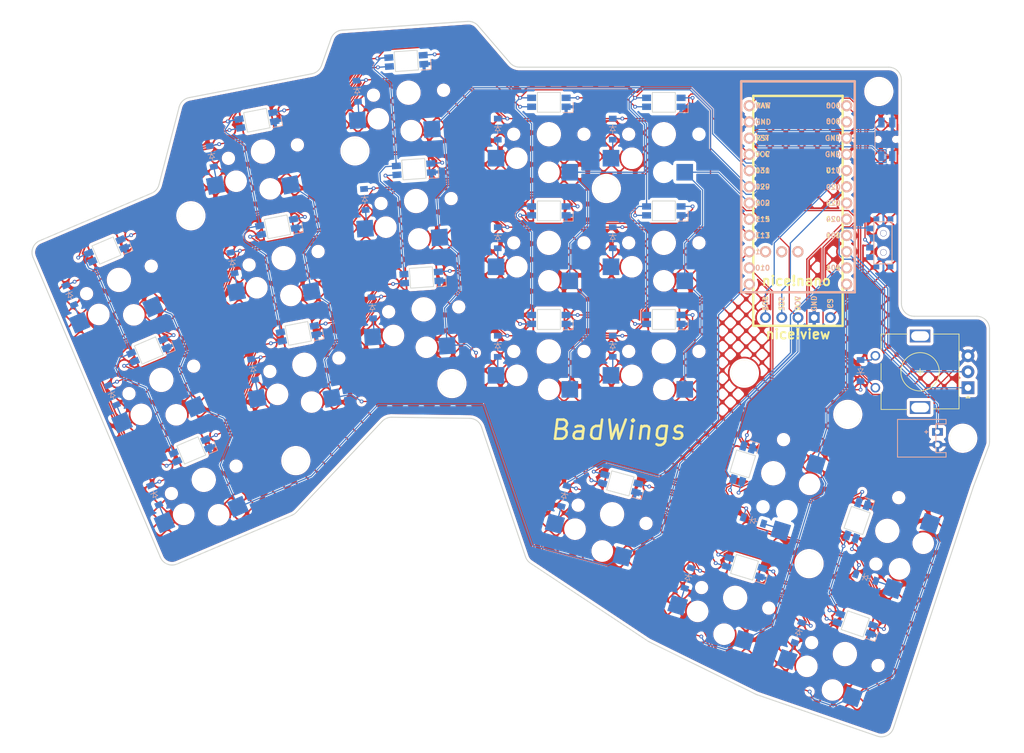
<source format=kicad_pcb>
(kicad_pcb (version 20241229) (generator "pcbnew") (generator_version "9.0")
  (title_block (title "badWingsLeft") (date "2025-10-28") (rev "v1.0.0") (company "CABeale"))
  (layers (0 "F.Cu" signal) (2 "B.Cu" signal) (13 "F.Paste" user) (15 "B.Paste" user) (5 "F.SilkS" user "F.Silkscreen") (7 "B.SilkS" user "B.Silkscreen") (1 "F.Mask" user) (3 "B.Mask" user) (25 "Edge.Cuts" user))
  (net 0 "")
  (net 1 "P104")
  (net 2 "pinky_bottom")
  (net 3 "pinky_home")
  (net 4 "pinky_top")
  (net 5 "P106")
  (net 6 "ring_bottom")
  (net 7 "ring_home")
  (net 8 "ring_top")
  (net 9 "P031")
  (net 10 "middle_bottom")
  (net 11 "middle_home")
  (net 12 "middle_top")
  (net 13 "P029")
  (net 14 "index_bottom")
  (net 15 "index_home")
  (net 16 "index_top")
  (net 17 "P002")
  (net 18 "inner_bottom")
  (net 19 "inner_home")
  (net 20 "inner_top")
  (net 21 "left_bottom")
  (net 22 "center_bottom")
  (net 23 "center_top")
  (net 24 "right_bottom")
  (net 25 "right_top")
  (net 26 "P111")
  (net 27 "P113")
  (net 28 "P115")
  (net 29 "P009")
  (net 30 "P010")
  (net 31 "RAW")
  (net 32 "GND")
  (net 33 "RST")
  (net 34 "VCC")
  (net 35 "P006")
  (net 36 "P008")
  (net 37 "P017")
  (net 38 "P020")
  (net 39 "P022")
  (net 40 "P024")
  (net 41 "P100")
  (net 42 "P011")
  (net 43 "P101")
  (net 44 "P102")
  (net 45 "P107")
  (net 46 "LED10")
  (net 47 "LED9")
  (net 48 "LED11")
  (net 49 "LEDEND")
  (net 50 "LED19")
  (net 51 "LED8")
  (net 52 "LED12")
  (net 53 "LED18")
  (net 54 "LED7")
  (net 55 "LED13")
  (net 56 "LED17")
  (net 57 "LED6")
  (net 58 "LED14")
  (net 59 "LED16")
  (net 60 "LED5")
  (net 61 "LED15")
  (net 62 "LED4")
  (net 63 "LED3")
  (net 64 "LED1")
  (net 65 "LED2")
  (net 66 "pos")
  (net 67 "endiode")
  (footprint "E73:SPDT_C128955" (layer "F.Cu") (at 184.813959 145.767018 -90)
    (property "Reference" "T1" (hide yes))
    (property "Value" "" (hide yes))
  )
  (footprint "HOLE_M2_TH" (layer "F.Cu") (at 179.233954 172.627016)
    (property "Reference" "")
    (property "Value" "")
  )
  (footprint "VIA-0.6mm" (layer "F.Cu") (at 181.233951 168.767012)
    (property "Reference" "REF**" (hide yes))
    (property "Value" "VIA-0.6mm" (hide yes))
  )
  (footprint "PG1350" (layer "F.Cu") (at 150.433962 145.767019 180)
    (property "Reference" "S14" (hide yes))
    (property "Value" "" (hide yes))
  )
  (footprint "Panasonic_EVQPUL_EVQPUC" (layer "F.Cu") (at 185.353958 129.567018 -90)
    (property "Reference" "B1" (hide yes))
    (property "Value" "Panasonic_EVQPUL_EVQPUC" (hide yes))
  )
  (footprint "VIA-0.6mm" (layer "F.Cu") (at 105.674389 118.288782 4)
    (property "Reference" "REF**" (hide yes))
    (property "Value" "VIA-0.6mm" (hide yes))
  )
  (footprint "JST_PH_S2B-PH-K_02x2.00mm_Angled" (layer "F.Cu") (at 193.273956 176.36701 -90)
    (property "Reference" "JST1" (hide yes))
    (property "Value" "" (hide yes))
  )
  (footprint "PG1350" (layer "F.Cu") (at 94.150639 164.860792 -169)
    (property "Reference" "S4" (hide yes))
    (property "Value" "" (hide yes))
  )
  (footprint "VIA-0.6mm" (layer "F.Cu") (at 156.299614 207.414379 -17)
    (property "Reference" "REF**" (hide yes))
    (property "Value" "VIA-0.6mm" (hide yes))
  )
  (footprint "VIA-0.6mm" (layer "F.Cu") (at 114.554793 116.264384 4)
    (property "Reference" "REF**" (hide yes))
    (property "Value" "VIA-0.6mm" (hide yes))
  )
  (footprint "PG1350" (layer "F.Cu") (at 65.117907 151.577322 -157)
    (property "Reference" "S3" (hide yes))
    (property "Value" "" (hide yes))
  )
  (footprint "VIA-0.6mm" (layer "F.Cu") (at 125.933956 143.317021)
    (property "Reference" "REF**" (hide yes))
    (property "Value" "VIA-0.6mm" (hide yes))
  )
  (footprint "PG1350" (layer "F.Cu") (at 167.568735 181.841759 -107)
    (property "Reference" "S18" (hide yes))
    (property "Value" "" (hide yes))
  )
  (footprint "VIA-0.6mm" (layer "F.Cu") (at 145.933958 124.467017)
    (property "Reference" "REF**" (hide yes))
    (property "Value" "VIA-0.6mm" (hide yes))
  )
  (footprint "VIA-0.6mm" (layer "F.Cu") (at 181.933958 145.267016)
    (property "Reference" "REF**" (hide yes))
    (property "Value" "VIA-0.6mm" (hide yes))
  )
  (footprint "VIA-0.6mm" (layer "F.Cu") (at 173.431849 205.724145 -19)
    (property "Reference" "REF**" (hide yes))
    (property "Value" "VIA-0.6mm" (hide yes))
  )
  (footprint "VIA-0.6mm" (layer "F.Cu") (at 148.155888 183.925925 -15)
    (property "Reference" "REF**" (hide yes))
    (property "Value" "VIA-0.6mm" (hide yes))
  )
  (footprint "VIA-0.6mm" (layer "F.Cu") (at 58.177337 151.861839 23)
    (property "Reference" "REF**" (hide yes))
    (property "Value" "VIA-0.6mm" (hide yes))
  )
  (footprint "HOLE_M2_TH" (layer "F.Cu") (at 141.433957 137.26701)
    (property "Reference" "")
    (property "Value" "")
  )
  (footprint "VIA-0.6mm" (layer "F.Cu") (at 176.380994 203.302354 -19)
    (property "Reference" "REF**" (hide yes))
    (property "Value" "VIA-0.6mm" (hide yes))
  )
  (footprint "VIA-0.6mm" (layer "F.Cu") (at 145.933954 141.467018)
    (property "Reference" "REF**" (hide yes))
    (property "Value" "VIA-0.6mm" (hide yes))
  )
  (footprint "PG1350" (layer "F.Cu") (at 150.433954 128.767016 180)
    (property "Reference" "S15" (hide yes))
    (property "Value" "" (hide yes))
  )
  (footprint "VIA-0.6mm" (layer "F.Cu") (at 136.933956 157.067017)
    (property "Reference" "REF**" (hide yes))
    (property "Value" "VIA-0.6mm" (hide yes))
  )
  (footprint "VIA-0.6mm" (layer "F.Cu") (at 139.100213 182.948856 -15)
    (property "Reference" "REF**" (hide yes))
    (property "Value" "VIA-0.6mm" (hide yes))
  )
  (footprint "VIA-0.6mm" (layer "F.Cu") (at 115.740654 133.222975 4)
    (property "Reference" "REF**" (hide yes))
    (property "Value" "VIA-0.6mm" (hide yes))
  )
  (footprint "VIA-0.6mm" (layer "F.Cu") (at 71.462201 183.158993 23)
    (property "Reference" "REF**" (hide yes))
    (property "Value" "VIA-0.6mm" (hide yes))
  )
  (footprint "VIA-0.6mm" (layer "F.Cu") (at 143.933954 143.317014)
    (property "Reference" "REF**" (hide yes))
    (property "Value" "VIA-0.6mm" (hide yes))
  )
  (footprint "VIA-0.6mm" (layer "F.Cu") (at 67.033018 144.572149 23)
    (property "Reference" "REF**" (hide yes))
    (property "Value" "VIA-0.6mm" (hide yes))
  )
  (footprint "VIA-0.6mm" (layer "F.Cu") (at 143.933955 126.317023)
    (property "Reference" "REF**" (hide yes))
    (property "Value" "VIA-0.6mm" (hide yes))
  )
  (footprint "VIA-0.6mm" (layer "F.Cu") (at 73.675449 160.220733 23)
    (property "Reference" "REF**" (hide yes))
    (property "Value" "VIA-0.6mm" (hide yes))
  )
  (footprint "VIA-0.6mm" (layer "F.Cu") (at 127.933953 158.467005)
    (property "Reference" "REF**" (hide yes))
    (property "Value" "VIA-0.6mm" (hide yes))
  )
  (footprint "PG1350" (layer "F.Cu") (at 78.40277 182.874487 -157)
    (property "Reference" "S1" (hide yes))
    (property "Value" "" (hide yes))
  )
  (footprint "PG1350" (layer "F.Cu") (at 112.835086 156.181578 -176)
    (property "Reference" "S7" (hide yes))
    (property "Value" "" (hide yes))
  )
  (footprint "VIA-0.6mm" (layer "F.Cu") (at 90.992845 125.031555 11)
    (property "Reference" "REF**" (hide yes))
    (property "Value" "VIA-0.6mm" (hide yes))
  )
  (footprint "VIA-0.6mm" (layer "F.Cu") (at 82.42533 128.123116 11)
    (property "Reference" "REF**" (hide yes))
    (property "Value" "VIA-0.6mm" (hide yes))
  )
  (footprint "VIA-0.6mm" (layer "F.Cu") (at 94.236592 141.719224 11)
    (property "Reference" "REF**" (hide yes))
    (property "Value" "VIA-0.6mm" (hide yes))
  )
  (footprint "VIA-0.6mm" (layer "F.Cu") (at 80.815076 130.320742 11)
    (property "Reference" "REF**" (hide yes))
    (property "Value" "VIA-0.6mm" (hide yes))
  )
  (footprint "VIA-0.6mm" (layer "F.Cu") (at 127.933958 123.06702)
    (property "Reference" "REF**" (hide yes))
    (property "Value" "VIA-0.6mm" (hide yes))
  )
  (footprint "VIA-0.6mm" (layer "F.Cu") (at 80.31787 175.869321 23)
    (property "Reference" "REF**" (hide yes))
    (property "Value" "VIA-0.6mm" (hide yes))
  )
  (footprint "VIA-0.6mm" (layer "F.Cu") (at 85.669088 144.810777 11)
    (property "Reference" "REF**" (hide yes))
    (property "Value" "VIA-0.6mm" (hide yes))
  )
  (footprint "VIA-0.6mm" (layer "F.Cu") (at 65.93792 165.026018 23)
    (property "Reference" "REF**" (hide yes))
    (property "Value" "VIA-0.6mm" (hide yes))
  )
  (footprint "HOLE_M2_TH" (layer "F.Cu") (at 163.033958 166.167014)
    (property "Reference" "")
    (property "Value" "")
  )
  (footprint "VIA-0.6mm" (layer "F.Cu") (at 104.994154 137.232385 4)
    (property "Reference" "REF**" (hide yes))
    (property "Value" "VIA-0.6mm" (hide yes))
  )
  (footprint "VIA-0.6mm" (layer "F.Cu") (at 97.480354 158.406882 11)
    (property "Reference" "REF**" (hide yes))
    (property "Value" "VIA-0.6mm" (hide yes))
  )
  (footprint "HOLE_M2_TH" (layer "F.Cu") (at 92.816717 179.867699 17)
    (property "Reference" "")
    (property "Value" "")
  )
  (footprint "PG1350" (layer "F.Cu") (at 71.760349 167.225913 -157)
    (property "Reference" "S2" (hide yes))
    (property "Value" "" (hide yes))
  )
  (footprint "PG1350" (layer "F.Cu") (at 111.649233 139.22299 -176)
    (property "Reference" "S8" (hide yes))
    (property "Value" "" (hide yes))
  )
  (footprint "VIA-0.6mm" (layer "F.Cu") (at 154.933956 140.067013)
    (property "Reference" "REF**" (hide yes))
    (property "Value" "VIA-0.6mm" (hide yes))
  )
  (footprint "VIA-0.6mm" (layer "F.Cu") (at 167.57425 197.215099 -17)
    (property "Reference" "REF**" (hide yes))
    (property "Value" "VIA-0.6mm" (hide yes))
  )
  (footprint "PG1350" (layer "F.Cu") (at 132.433952 145.767006 180)
    (property "Reference" "S11" (hide yes))
    (property "Value" "" (hide yes))
  )
  (footprint "VIA-0.6mm" (layer "F.Cu") (at 145.933956 158.46702)
    (property "Reference" "REF**" (hide yes))
    (property "Value" "VIA-0.6mm" (hide yes))
  )
  (footprint "HOLE_M2_TH" (layer "F.Cu") (at 117.256418 167.801469 4)
    (property "Reference" "")
    (property "Value" "")
  )
  (footprint "VIA-0.6mm" (layer "F.Cu") (at 103.111624 170.606531 11)
    (property "Reference" "REF**" (hide yes))
    (property "Value" "VIA-0.6mm" (hide yes))
  )
  (footprint "VIA-0.6mm" (layer "F.Cu") (at 116.926522 150.181559 4)
    (property "Reference" "REF**" (hide yes))
    (property "Value" "VIA-0.6mm" (hide yes))
  )
  (footprint "VIA-0.6mm" (layer "F.Cu") (at 58.748467 148.088735 23)
    (property "Reference" "REF**" (hide yes))
    (property "Value" "VIA-0.6mm" (hide yes))
  )
  (footprint "VIA-0.6mm" (layer "F.Cu") (at 87.30259 163.696071 11)
    (property "Reference" "REF**" (hide yes))
    (property "Value" "VIA-0.6mm" (hide yes))
  )
  (footprint "PG1350" (layer "F.Cu") (at 87.663131 131.485479 -169)
    (property "Reference" "S6" (hide yes))
    (property "Value" "" (hide yes))
  )
  (footprint "PG1350" (layer "F.Cu") (at 132.433962 162.767014 180)
    (property "Reference" "S10" (hide yes))
    (property "Value" "" (hide yes))
  )
  (footprint "VIA-0.6mm" (layer "F.Cu") (at 175.925201 204.626077 -19)
    (property "Reference" "REF**" (hide yes))
    (property "Value" "VIA-0.6mm" (hide yes))
  )
  (footprint "VIA-0.6mm" (layer "F.Cu") (at 125.933959 160.317012)
    (property "Reference" "REF**" (hide yes))
    (property "Value" "VIA-0.6mm" (hide yes))
  )
  (footprint "VIA-0.6mm" (layer "F.Cu") (at 179.890896 193.723178 71)
    (property "Reference" "REF**" (hide yes))
    (property "Value" "VIA-0.6mm" (hide yes))
  )
  (footprint "VIA-0.6mm" (layer "F.Cu") (at 158.558194 195.92258 -17)
    (property "Reference" "REF**" (hide yes))
    (property "Value" "VIA-0.6mm" (hide yes))
  )
  (footprint "VIA-0.6mm" (layer "F.Cu") (at 106.180022 154.190972 4)
    (property "Reference" "REF**" (hide yes))
    (property "Value" "VIA-0.6mm" (hide yes))
  )
  (footprint "VIA-0.6mm" (layer "F.Cu") (at 64.819775 167.510413 23)
    (property "Reference" "REF**" (hide yes))
    (property "Value" "VIA-0.6mm" (hide yes))
  )
  (footprint "VIA-0.6mm" (layer "F.Cu") (at 163.32538 187.341421 73)
    (property "Reference" "REF**" (hide yes))
    (property "Value" "VIA-0.6mm" (hide yes))
  )
  (footprint "HOLE_M2_TH" (layer "F.Cu") (at 197.233957 176.367017)
    (property "Reference" "")
    (property "Value" "")
  )
  (footprint "VIA-0.6mm" (layer "F.Cu") (at 145.933957 123.06701)
    (property "Reference" "REF**" (hide yes))
    (property "Value" "VIA-0.6mm" (hide yes))
  )
  (footprint "VIA-0.6mm" (layer "F.Cu") (at 178.567166 193.267374 71)
    (property "Reference" "REF**" (hide yes))
    (property "Value" "VIA-0.6mm" (hide yes))
  )
  (footprint "VIA-0.6mm" (layer "F.Cu") (at 103.808295 120.273793 4)
    (property "Reference" "REF**" (hide yes))
    (property "Value" "VIA-0.6mm" (hide yes))
  )
  (footprint "HOLE_M2_TH" (layer "F.Cu") (at 184.093949 122.06702)
    (property "Reference" "")
    (property "Value" "")
  )
  (footprint "PG1350" (layer "F.Cu") (at 142.333963 188.267011 165)
    (property "Reference" "S16" (hide yes))
    (property "Value" "" (hide yes))
  )
  (footprint "VIA-0.6mm" (layer "F.Cu") (at 82.1582 126.748833 11)
    (property "Reference" "REF**" (hide yes))
    (property "Value" "VIA-0.6mm" (hide yes))
  )
  (footprint "PG1350" (layer "F.Cu") (at 90.906883 148.173133 -169)
    (property "Reference" "S5" (hide yes))
    (property "Value" "" (hide yes))
  )
  (footprint "VIA-0.6mm" (layer "F.Cu") (at 136.689541 184.218174 -15)
    (property "Reference" "REF**" (hide yes))
    (property "Value" "VIA-0.6mm" (hide yes))
  )
  (footprint "VIA-0.6mm" (layer "F.Cu") (at 184.890644 206.232471 -19)
    (property "Reference" "REF**" (hide yes))
    (property "Value" "VIA-0.6mm" (hide yes))
  )
  (footprint "VIA-0.6mm" (layer "F.Cu") (at 136.933951 123.067015)
    (property "Reference" "REF**" (hide yes))
    (property "Value" "VIA-0.6mm" (hide yes))
  )
  (footprint "VIA-0.6mm" (layer "F.Cu") (at 125.933956 126.317009)
    (property "Reference" "REF**" (hide yes))
    (property "Value" "VIA-0.6mm" (hide yes))
  )
  (footprint "VIA-0.6mm" (layer "F.Cu") (at 154.933954 157.067013)
    (property "Reference" "REF**" (hide yes))
    (property "Value" "VIA-0.6mm" (hide yes))
  )
  (footprint "PG1350" (layer "F.Cu") (at 150.433953 162.767013 180)
    (property "Reference" "S13" (hide yes))
    (property "Value" "" (hide yes))
  )
  (footprint "VIA-0.6mm" (layer "F.Cu") (at 106.860244 135.247374 4)
    (property "Reference" "REF**" (hide yes))
    (property "Value" "VIA-0.6mm" (hide yes))
  )
  (footprint "lib:niceView_headers" (layer "F.Cu") (at 171.433958 158.767011 90)
    (property "Reference" "niceView1" (hide yes))
    (property "Value" "niceView" (hide yes))
  )
  (footprint "VIA-0.6mm" (layer "F.Cu") (at 108.046099 152.205955 4)
    (property "Reference" "REF**" (hide yes))
    (property "Value" "VIA-0.6mm" (hide yes))
  )
  (footprint "VIA-0.6mm" (layer "F.Cu") (at 158.9675 194.58375 -17)
    (property "Reference" "REF**" (hide yes))
    (property "Value" "VIA-0.6mm" (hide yes))
  )
  (footprint "VIA-0.6mm" (layer "F.Cu") (at 163.433477 175.871865 73)
    (property "Reference" "REF**" (hide yes))
    (property "Value" "VIA-0.6mm" (hide yes))
  )
  (footprint "PG1350" (layer "F.Cu") (at 185.421668 190.86828 -109)
    (property "Reference" "S20" (hide yes))
    (property "Value" "" (hide yes))
  )
  (footprint "VIA-0.6mm" (layer "F.Cu") (at 121.029046 162.976552 4)
    (property "Reference" "REF**" (hide yes))
    (property "Value" "VIA-0.6mm" (hide yes))
  )
  (footprint "VIA-0.6mm" (layer "F.Cu") (at 160.80213 184.478608 73)
    (property "Reference" "REF**" (hide yes))
    (property "Value" "VIA-0.6mm" (hide yes))
  )
  (footprint "VIA-0.6mm" (layer "F.Cu") (at 181.497278 184.757717 71)
    (property "Reference" "REF**" (hide yes))
    (property "Value" "VIA-0.6mm" (hide yes))
  )
  (footprint "VIA-0.6mm" (layer "F.Cu") (at 139.462553 181.596544 -15)
    (property "Reference" "REF**" (hide yes))
    (property "Value" "VIA-0.6mm" (hide yes))
  )
  (footprint "PG1350" (layer "F.Cu") (at 161.604361 201.350374 163)
    (property "Reference" "S17" (hide yes))
    (property "Value" "" (hide yes))
  )
  (footprint "VIA-0.6mm" (layer "F.Cu") (at 127.933949 141.467017)
    (property "Reference" "REF**" (hide yes))
    (property "Value" "VIA-0.6mm" (hide yes))
  )
  (footprint "VIA-0.6mm" (layer "F.Cu") (at 127.933957 124.467011)
    (property "Reference" "REF**" (hide yes))
    (property "Value" "VIA-0.6mm" (hide yes))
  )
  (footprint "VIA-0.6mm" (layer "F.Cu") (at 162.140963 184.887919 73)
    (property "Reference" "REF**" (hide yes))
    (property "Value" "VIA-0.6mm" (hide yes))
  )
  (footprint "PG1350" (layer "F.Cu") (at 132.433955 128.767008 180)
    (property "Reference" "S12" (hide yes))
    (property "Value" "" (hide yes))
  )
  (footprint "VIA-0.6mm" (layer "F.Cu") (at 180.988958 196.216524 71)
    (property "Reference" "REF**" (hide yes))
    (property "Value" "VIA-0.6mm" (hide yes))
  )
  (footprint "VIA-0.6mm" (layer "F.Cu") (at 88.912838 161.498444 11)
    (property "Reference" "REF**" (hide yes))
    (property "Value" "VIA-0.6mm" (hide yes))
  )
  (footprint "VIA-0.6mm" (layer "F.Cu") (at 156.104687 197.107007 -17)
    (property "Reference" "REF**" (hide yes))
    (property "Value" "VIA-0.6mm" (hide yes))
  )
  (footprint "VIA-0.6mm" (layer "F.Cu") (at 154.93395 123.067021)
    (property "Reference" "REF**" (hide yes))
    (property "Value" "VIA-0.6mm" (hide yes))
  )
  (footprint "VIA-0.6mm" (layer "F.Cu") (at 84.058835 147.008403 11)
    (property "Reference" "REF**" (hide yes))
    (property "Value" "VIA-0.6mm" (hide yes))
  )
  (footprint "VIA-0.6mm" (layer "F.Cu") (at 173.266945 216.032054 -19)
    (property "Reference" "REF**" (hide yes))
    (property "Value" "VIA-0.6mm" (hide yes))
  )
  (footprint "VIA-0.6mm" (layer "F.Cu") (at 72.580357 180.674594 23)
    (property "Reference" "REF**" (hide yes))
    (property "Value" "VIA-0.6mm" (hide yes))
  )
  (footprint "VIA-0.6mm" (layer "F.Cu") (at 105.576724 116.892193 4)
    (property "Reference" "REF**" (hide yes))
    (property "Value" "VIA-0.6mm" (hide yes))
  )
  (footprint "HOLE_M2_TH" (layer "F.Cu") (at 173.174418 195.999302 27)
    (property "Reference" "")
    (property "Value" "")
  )
  (footprint "PG1350" (layer "F.Cu") (at 178.780085 210.15686 161)
    (property "Reference" "S19" (hide yes))
    (property "Value" "" (hide yes))
  )
  (footprint "VIA-0.6mm" (layer "F.Cu") (at 143.933949 160.317017)
    (property "Reference" "REF**" (hide yes))
    (property "Value" "VIA-0.6mm" (hide yes))
  )
  (footprint "PG1350" (layer "F.Cu") (at 110.463371 122.264398 -176)
    (property "Reference" "S9" (hide yes))
    (property "Value" "" (hide yes))
  )
  (footprint "rotary_encoder" (layer "F.Cu") (at 190.433955 165.91702 180)
    (property "Reference" "ROT1" (hide yes))
    (property "Value" "")
  )
  (footprint "HOLE_M2_TH" (layer "F.Cu") (at 76.390517 141.531395 17)
    (property "Reference" "")
    (property "Value" "")
  )
  (footprint "HOLE_M2_TH" (layer "F.Cu") (at 102.078217 131.371497 4)
    (property "Reference" "")
    (property "Value" "")
  )
  (footprint "VIA-0.6mm" (layer "F.Cu") (at 136.933957 140.067022)
    (property "Reference" "REF**" (hide yes))
    (property "Value" "VIA-0.6mm" (hide yes))
  )
  (footprint "ceoloide:led_SK6812mini-e (per-keysingle-side)" (layer "B.Cu") (at 150.433957 140.767013 180)
    (property "Reference" "LED14" (hide yes))
    (property "Value" "")
    (fp_poly (pts (xy -1.799999 -1.549999) (xy 1.799999 -1.549993) (xy 1.799999 1.549999) (xy -1.799999 1.549993)) (stroke (width 0.12)) (fill no) (layer "Edge.Cuts"))
  )
  (footprint "ceoloide:diode_tht_sod123" (layer "B.Cu") (at 124.433956 127.967002 -90)
    (property "Reference" "D12" (hide yes))
    (property "Value" "")
  )
  (footprint "ceoloide:led_SK6812mini-e (per-keysingle-side)" (layer "B.Cu") (at 150.433956 157.767018 180)
    (property "Reference" "LED13" (hide yes))
    (property "Value" "")
    (fp_poly (pts (xy -1.799999 -1.549999) (xy 1.799999 -1.549993) (xy 1.799999 1.549999) (xy -1.799999 1.549993)) (stroke (width 0.12)) (fill no) (layer "Edge.Cuts"))
  )
  (footprint "ceoloide:led_SK6812mini-e (per-keysingle-side)" (layer "B.Cu") (at 132.433953 123.767017 180)
    (property "Reference" "LED12" (hide yes))
    (property "Value" "")
    (fp_poly (pts (xy -1.799999 -1.549999) (xy 1.799999 -1.549993) (xy 1.799999 1.549999) (xy -1.799999 1.549993)) (stroke (width 0.12)) (fill no) (layer "Edge.Cuts"))
  )
  (footprint "ceoloide:led_SK6812mini-e (per-keysingle-side)" (layer "B.Cu") (at 150.433958 123.767021 180)
    (property "Reference" "LED15" (hide yes))
    (property "Value" "")
    (fp_poly (pts (xy -1.799999 -1.549999) (xy 1.799999 -1.549993) (xy 1.799999 1.549999) (xy -1.799999 1.549993)) (stroke (width 0.12)) (fill no) (layer "Edge.Cuts"))
  )
  (footprint "ceoloide:led_SK6812mini-e (per-keysingle-side)" (layer "B.Cu") (at 180.694077 189.240441 -109)
    (property "Reference" "LED20" (hide yes))
    (property "Value" "")
    (fp_poly (pts (xy -1.8 -1.549999) (xy 1.800006 -1.549988) (xy 1.8 1.549999) (xy -1.800006 1.549988)) (stroke (width 0.12)) (fill no) (layer "Edge.Cuts"))
  )
  (footprint "ceoloide:diode_tht_sod123" (layer "B.Cu") (at 164.464721 189.258295 -17)
    (property "Reference" "D18" (hide yes))
    (property "Value" "")
  )
  (footprint "ceoloide:led_SK6812mini-e (per-keysingle-side)" (layer "B.Cu") (at 111.300451 134.235169 -176)
    (property "Reference" "LED8" (hide yes))
    (property "Value" "")
    (fp_poly (pts (xy -1.799999 -1.549999) (xy 1.799997 -1.549994) (xy 1.799999 1.549999) (xy -1.799997 1.549994)) (stroke (width 0.12)) (fill no) (layer "Edge.Cuts"))
  )
  (footprint "ceoloide:led_SK6812mini-e (per-keysingle-side)" (layer "B.Cu") (at 132.433956 140.767015 180)
    (property "Reference" "LED11" (hide yes))
    (property "Value" "")
    (fp_poly (pts (xy -1.799999 -1.549999) (xy 1.799999 -1.549993) (xy 1.799999 1.549999) (xy -1.799999 1.549993)) (stroke (width 0.12)) (fill no) (layer "Edge.Cuts"))
  )
  (footprint "ceoloide:diode_tht_sod123" (layer "B.Cu") (at 102.427061 122.024399 -86)
    (property "Reference" "D9" (hide yes))
    (property "Value" "")
  )
  (footprint "ceoloide:led_SK6812mini-e (per-keysingle-side)" (layer "B.Cu") (at 89.952846 143.265008 -169)
    (property "Reference" "LED5" (hide yes))
    (property "Value" "")
    (fp_poly (pts (xy -1.799986 -1.549991) (xy 1.799995 -1.549996) (xy 1.799986 1.549991) (xy -1.799995 1.549996)) (stroke (width 0.12)) (fill no) (layer "Edge.Cuts"))
  )
  (footprint "ceoloide:led_SK6812mini-e (per-keysingle-side)" (layer "B.Cu") (at 93.196595 159.952659 -169)
    (property "Reference" "LED4" (hide yes))
    (property "Value" "")
    (fp_poly (pts (xy -1.799986 -1.549991) (xy 1.799995 -1.549996) (xy 1.799986 1.549991) (xy -1.799995 1.549996)) (stroke (width 0.12)) (fill no) (layer "Edge.Cuts"))
  )
  (footprint "ceoloide:diode_tht_sod123" (layer "B.Cu") (at 142.433952 144.967016 -90)
    (property "Reference" "D14" (hide yes))
    (property "Value" "")
  )
  (footprint "ceoloide:led_SK6812mini-e (per-keysingle-side)" (layer "B.Cu") (at 86.709087 126.577337 -169)
    (property "Reference" "LED6" (hide yes))
    (property "Value" "")
    (fp_poly (pts (xy -1.799986 -1.549991) (xy 1.799995 -1.549996) (xy 1.799986 1.549991) (xy -1.799995 1.549996)) (stroke (width 0.12)) (fill no) (layer "Edge.Cuts"))
  )
  (footprint "ceoloide:diode_tht_sod123" (layer "B.Cu") (at 70.726156 185.263934 -67)
    (property "Reference" "D1" (hide yes))
    (property "Value" "")
  )
  (footprint "ceoloide:diode_tht_sod123" (layer "B.Cu") (at 79.657467 132.226636 -79)
    (property "Reference" "D6" (hide yes))
    (property "Value" "")
  )
  (footprint "ceoloide:led_SK6812mini-e (per-keysingle-side)" (layer "B.Cu") (at 132.433955 157.767018 180)
    (property "Reference" "LED10" (hide yes))
    (property "Value" "")
    (fp_poly (pts (xy -1.799999 -1.549999) (xy 1.799999 -1.549993) (xy 1.799999 1.549999) (xy -1.799999 1.549993)) (stroke (width 0.12)) (fill no) (layer "Edge.Cuts"))
  )
  (footprint "ceoloide:diode_tht_sod123" (layer "B.Cu") (at 171.476399 206.795901 -109)
    (property "Reference" "D19" (hide yes))
    (property "Value" "")
  )
  (footprint "ceoloide:led_SK6812mini-e (per-keysingle-side)" (layer "B.Cu") (at 110.114591 117.276585 -176)
    (property "Reference" "LED9" (hide yes))
    (property "Value" "")
    (fp_poly (pts (xy -1.799999 -1.549999) (xy 1.799997 -1.549994) (xy 1.799999 1.549999) (xy -1.799997 1.549994)) (stroke (width 0.12)) (fill no) (layer "Edge.Cuts"))
  )
  (footprint "ceoloide:diode_tht_sod123" (layer "B.Cu") (at 182.060713 198.171985 -19)
    (property "Reference" "D20" (hide yes))
    (property "Value" "")
  )
  (footprint "ceoloide:diode_tht_sod123" (layer "B.Cu") (at 124.433954 161.967017 -90)
    (property "Reference" "D10" (hide yes))
    (property "Value" "")
  )
  (footprint "ceoloide:led_SK6812mini-e (per-keysingle-side)" (layer "B.Cu") (at 180.40793 205.429259 161)
    (property "Reference" "LED19" (hide yes))
    (property "Value" "")
    (fp_poly (pts (xy -1.8 -1.549999) (xy 1.800006 -1.549988) (xy 1.8 1.549999) (xy -1.800006 1.549988)) (stroke (width 0.12)) (fill no) (layer "Edge.Cuts"))
  )
  (footprint "ceoloide:diode_tht_sod123" (layer "B.Cu") (at 64.083716 169.615348 -67)
    (property "Reference" "D2" (hide yes))
    (property "Value" "")
  )
  (footprint "ceoloide:led_SK6812mini-e (per-keysingle-side)" (layer "B.Cu") (at 112.486308 151.193765 -176)
    (property "Reference" "LED7" (hide yes))
    (property "Value" "")
    (fp_poly (pts (xy -1.799999 -1.549999) (xy 1.799997 -1.549994) (xy 1.799999 1.549999) (xy -1.799997 1.549994)) (stroke (width 0.12)) (fill no) (layer "Edge.Cuts"))
  )
  (footprint "ceoloide:diode_tht_sod123" (layer "B.Cu") (at 181.233949 165.767015 90)
    (property "Reference" "D21" (hide yes))
    (property "Value" "")
  )
  (footprint "ceoloide:diode_tht_sod123" (layer "B.Cu") (at 104.798775 155.941588 -86)
    (property "Reference" "D7" (hide yes))
    (property "Value" "")
  )
  (footprint "ceoloide:led_SK6812mini-e (per-keysingle-side)" (layer "B.Cu") (at 162.787213 180.379889 -107)
    (property "Reference" "LED18" (hide yes))
    (property "Value" "")
    (fp_poly (pts (xy -1.799995 -1.549989) (xy 1.800006 -1.549988) (xy 1.799995 1.549989) (xy -1.800006 1.549988)) (stroke (width 0.12)) (fill no) (layer "Edge.Cuts"))
  )
  (footprint "ceoloide:diode_tht_sod123" (layer "B.Cu") (at 142.433948 161.967011 -90)
    (property "Reference" "D13" (hide yes))
    (property "Value" "")
  )
  (footprint "ceoloide:led_SK6812mini-e (per-keysingle-side)" (layer "B.Cu") (at 63.164246 146.974803 -157)
    (property "Reference" "LED3" (hide yes))
    (property "Value" "")
    (fp_poly (pts (xy -1.800007 -1.549989) (xy 1.799993 -1.54999) (xy 1.800007 1.549989) (xy -1.799993 1.54999)) (stroke (width 0.12)) (fill no) (layer "Edge.Cuts"))
  )
  (footprint "ceoloide:led_SK6812mini-e (per-keysingle-side)" (layer "B.Cu") (at 143.628046 183.43738 165)
    (property "Reference" "LED16" (hide yes))
    (property "Value" "")
    (fp_poly (pts (xy -1.799996 -1.549993) (xy 1.800005 -1.549989) (xy 1.799996 1.549993) (xy -1.800005 1.549989)) (stroke (width 0.12)) (fill no) (layer "Edge.Cuts"))
  )
  (footprint "ceoloide:diode_tht_sod123" (layer "B.Cu") (at 82.901218 148.914306 -79)
    (property "Reference" "D5" (hide yes))
    (property "Value" "")
  )
  (footprint "ceoloide:led_SK6812mini-e (per-keysingle-side)" (layer "B.Cu") (at 76.449119 178.271964 -157)
    (property "Reference" "LED1" (hide yes))
    (property "Value" "")
    (fp_poly (pts (xy -1.800007 -1.549989) (xy 1.799993 -1.54999) (xy 1.800007 1.549989) (xy -1.799993 1.54999)) (stroke (width 0.12)) (fill no) (layer "Edge.Cuts"))
  )
  (footprint "ceoloide:diode_tht_sod123" (layer "B.Cu") (at 142.433961 127.967013 -90)
    (property "Reference" "D15" (hide yes))
    (property "Value" "")
  )
  (footprint "ceoloide:diode_tht_sod123" (layer "B.Cu") (at 154.187815 198.24635 -107)
    (property "Reference" "D17" (hide yes))
    (property "Value" "")
  )
  (footprint "ceoloide:diode_tht_sod123" (layer "B.Cu") (at 124.433957 144.967015 -90)
    (property "Reference" "D11" (hide yes))
    (property "Value" "")
  )
  (footprint "ceoloide:led_SK6812mini-e (per-keysingle-side)" (layer "B.Cu") (at 163.066203 196.568842 163)
    (property "Reference" "LED17" (hide yes))
    (property "Value" "")
    (fp_poly (pts (xy -1.799995 -1.549989) (xy 1.800006 -1.549988) (xy 1.799995 1.549989) (xy -1.800006 1.549988)) (stroke (width 0.12)) (fill no) (layer "Edge.Cuts"))
  )
  (footprint "nice_nano" (layer "B.Cu") (at 171.433955 138.267018 -90)
    (property "Reference" "MCU1" (hide yes))
    (property "Value" "nice_nano" (hide yes))
  )
  (footprint "ceoloide:led_SK6812mini-e (per-keysingle-side)" (layer "B.Cu") (at 69.806675 162.623384 -157)
    (property "Reference" "LED2" (hide yes))
    (property "Value" "")
    (fp_poly (pts (xy -1.800007 -1.549989) (xy 1.799993 -1.54999) (xy 1.800007 1.549989) (xy -1.799993 1.54999)) (stroke (width 0.12)) (fill no) (layer "Edge.Cuts"))
  )
  (footprint "ceoloide:diode_tht_sod123" (layer "B.Cu") (at 57.44129 153.966761 -67)
    (property "Reference" "D3" (hide yes))
    (property "Value" "")
  )
  (footprint "ceoloide:diode_tht_sod123" (layer "B.Cu") (at 134.813603 185.423723 -105)
    (property "Reference" "D16" (hide yes))
    (property "Value" "")
  )
  (footprint "ceoloide:diode_tht_sod123" (layer "B.Cu") (at 103.612911 138.982984 -86)
    (property "Reference" "D8" (hide yes))
    (property "Value" "")
  )
  (footprint "ceoloide:diode_tht_sod123" (layer "B.Cu") (at 86.14498 165.601961 -79)
    (property "Reference" "D4" (hide yes))
    (property "Value" "")
  )
  (gr_arc (start 51.671141 148.05108) (mid 51.657786 146.520404) (end 52.730693 145.4286) (stroke (width 0.15)) (layer "Edge.Cuts"))
  (gr_line (start 100.067625 112.465706) (end 119.702741 111.09268) (stroke (width 0.15)) (layer "Edge.Cuts"))
  (gr_line (start 201.433951 159.267017) (end 201.433955 176.901482) (stroke (width 0.15)) (layer "Edge.Cuts"))
  (gr_line (start 121.358651 111.783766) (end 126.33546 117.571059) (stroke (width 0.15)) (layer "Edge.Cuts"))
  (gr_line (start 71.598428 194.996818) (end 51.671141 148.05108) (stroke (width 0.15)) (layer "Edge.Cuts"))
  (gr_arc (start 127.851863 118.267012) (mid 127.017619 118.084721) (end 126.33546 117.571059) (stroke (width 0.15)) (layer "Edge.Cuts"))
  (gr_line (start 128.771785 194.915007) (end 121.887641 174.605468) (stroke (width 0.15)) (layer "Edge.Cuts"))
  (gr_arc (start 186.398393 221.744597) (mid 185.387177 222.908404) (end 183.848583 223.0071) (stroke (width 0.15)) (layer "Edge.Cuts"))
  (gr_arc (start 129.560744 195.939854) (mid 129.081154 195.492956) (end 128.771785 194.915007) (stroke (width 0.15)) (layer "Edge.Cuts"))
  (gr_arc (start 189.63396 157.267015) (mid 188.219737 156.681238) (end 187.633966 155.267023) (stroke (width 0.15)) (layer "Edge.Cuts"))
  (gr_arc (start 71.388286 136.660357) (mid 70.966986 137.464088) (end 70.233893 137.998935) (stroke (width 0.15)) (layer "Edge.Cuts"))
  (gr_line (start 198.91771 183.925796) (end 186.398393 221.744597) (stroke (width 0.15)) (layer "Edge.Cuts"))
  (gr_line (start 147.9077 208.104259) (end 129.560744 195.939854) (stroke (width 0.15)) (layer "Edge.Cuts"))
  (gr_arc (start 74.2209 196.05637) (mid 72.690223 196.069721) (end 71.598428 194.996818) (stroke (width 0.15)) (layer "Edge.Cuts"))
  (gr_arc (start 199.433959 157.267017) (mid 200.848167 157.852807) (end 201.433951 159.267017) (stroke (width 0.15)) (layer "Edge.Cuts"))
  (gr_line (start 120.020844 173.24769) (end 107.830672 173.080986) (stroke (width 0.15)) (layer "Edge.Cuts"))
  (gr_arc (start 92.918483 187.937179) (mid 92.606238 188.206143) (end 92.245493 188.405396) (stroke (width 0.15)) (layer "Edge.Cuts"))
  (gr_arc (start 185.633964 118.267014) (mid 187.048168 118.852803) (end 187.63395 120.267008) (stroke (width 0.15)) (layer "Edge.Cuts"))
  (gr_line (start 92.245493 188.405396) (end 74.2209 196.05637) (stroke (width 0.15)) (layer "Edge.Cuts"))
  (gr_arc (start 98.320991 113.795641) (mid 98.995518 112.86959) (end 100.067625 112.465706) (stroke (width 0.15)) (layer "Edge.Cuts"))
  (gr_arc (start 120.020844 173.24769) (mid 121.16988 173.63009) (end 121.887641 174.605468) (stroke (width 0.15)) (layer "Edge.Cuts"))
  (gr_arc (start 201.433955 176.901482) (mid 201.401373 177.261058) (end 201.304664 177.608913) (stroke (width 0.15)) (layer "Edge.Cuts"))
  (gr_line (start 76.099274 123.036731) (end 95.333769 119.29792) (stroke (width 0.15)) (layer "Edge.Cuts"))
  (gr_line (start 71.388286 136.660357) (end 74.545025 124.497554) (stroke (width 0.15)) (layer "Edge.Cuts"))
  (gr_line (start 96.838294 117.999863) (end 98.320991 113.795641) (stroke (width 0.15)) (layer "Edge.Cuts"))
  (gr_arc (start 106.348874 173.708003) (mid 107.023938 173.238907) (end 107.830672 173.080986) (stroke (width 0.15)) (layer "Edge.Cuts"))
  (gr_line (start 187.63395 120.267008) (end 187.633966 155.267023) (stroke (width 0.15)) (layer "Edge.Cuts"))
  (gr_arc (start 74.545025 124.497554) (mid 75.111162 123.542672) (end 76.099274 123.036731) (stroke (width 0.15)) (layer "Edge.Cuts"))
  (gr_line (start 183.848583 223.0071) (end 165.079425 216.544369) (stroke (width 0.15)) (layer "Edge.Cuts"))
  (gr_arc (start 165.079425 216.544369) (mid 164.962421 216.499938) (end 164.848423 216.448281) (stroke (width 0.15)) (layer "Edge.Cuts"))
  (gr_arc (start 96.838294 117.999863) (mid 96.258657 118.848983) (end 95.333769 119.29792) (stroke (width 0.15)) (layer "Edge.Cuts"))
  (gr_line (start 201.304664 177.608913) (end 198.945677 183.846878) (stroke (width 0.15)) (layer "Edge.Cuts"))
  (gr_line (start 127.851863 118.267012) (end 185.633964 118.267014) (stroke (width 0.15)) (layer "Edge.Cuts"))
  (gr_arc (start 148.130751 208.232311) (mid 148.017163 208.171878) (end 147.9077 208.104259) (stroke (width 0.15)) (layer "Edge.Cuts"))
  (gr_arc (start 119.702741 111.09268) (mid 120.61255 111.242097) (end 121.358651 111.783766) (stroke (width 0.15)) (layer "Edge.Cuts"))
  (gr_line (start 106.348874 173.708003) (end 92.918483 187.937179) (stroke (width 0.15)) (layer "Edge.Cuts"))
  (gr_arc (start 198.91771 183.925796) (mid 198.931282 183.886191) (end 198.945677 183.846878) (stroke (width 0.15)) (layer "Edge.Cuts"))
  (gr_line (start 164.848423 216.448281) (end 148.130751 208.232311) (stroke (width 0.15)) (layer "Edge.Cuts"))
  (gr_line (start 52.730693 145.4286) (end 70.233893 137.998935) (stroke (width 0.15)) (layer "Edge.Cuts"))
  (gr_line (start 189.63396 157.267015) (end 199.433959 157.267017) (stroke (width 0.15)) (layer "Edge.Cuts"))
  (gr_text "BadWings" (at 132.43396 175.067018 0) (layer "F.SilkS") (effects (font (size 3 3) (thickness 0.4) (italic yes)) (justify left)))
  (segment (start 83.742276 187.071848) (end 80.979531 180.563228) (width 0.2) (layer "B.Cu") (net 1))
  (segment (start 170.264159 157.814916) (end 170.26416 162.976893) (width 0.2) (layer "B.Cu") (net 1))
  (segment (start 75.802857 162.620028) (end 74.613085 165.564817) (width 0.2) (layer "B.Cu") (net 1))
  (segment (start 170.26416 162.976893) (end 152.930425 180.310629) (width 0.2) (layer "B.Cu") (net 1))
  (segment (start 80.979531 180.563228) (end 82.775553 176.117914) (width 0.2) (layer "B.Cu") (net 1))
  (segment (start 170.264154 157.009052) (end 170.264159 157.814916) (width 0.2) (layer "B.Cu") (net 1))
  (segment (start 143.957395 194.861894) (end 141.576231 196.23666) (width 0.2) (layer "B.Cu") (net 1))
  (segment (start 70.457418 155.774687) (end 73.402214 156.964459) (width 0.2) (layer "B.Cu") (net 1))
  (segment (start 149.960034 191.396282) (end 143.957391 194.861901) (width 0.2) (layer "B.Cu") (net 1))
  (segment (start 122.216715 171.107963) (end 129.780954 193.076123) (width 0.2) (layer "B.Cu") (net 1))
  (segment (start 73.402214 156.964459) (end 75.802857 162.620028) (width 0.2) (layer "B.Cu") (net 1))
  (segment (start 83.742278 187.07185) (end 83.882995 187.128705) (width 0.2) (layer "B.Cu") (net 1))
  (segment (start 82.775553 176.117914) (end 81.545163 173.219295) (width 0.2) (layer "B.Cu") (net 1))
  (segment (start 149.960034 191.396282) (end 152.930425 180.310629) (width 0.2) (layer "B.Cu") (net 1))
  (segment (start 105.69045 171.107961) (end 122.216715 171.107963) (width 0.2) (layer "B.Cu") (net 1))
  (segment (start 179.053956 149.697019) (end 177.576196 149.697016) (width 0.2) (layer "B.Cu") (net 1))
  (segment (start 81.545163 173.219295) (end 77.099855 171.423276) (width 0.2) (layer "B.Cu") (net 1))
  (segment (start 177.576196 149.697016) (end 170.264154 157.009052) (width 0.2) (layer "B.Cu") (net 1))
  (segment (start 74.613085 165.564817) (end 77.099851 171.423273) (width 0.2) (layer "B.Cu") (net 1))
  (segment (start 95.250421 182.303516) (end 105.69045 171.107961) (width 0.2) (layer "B.Cu") (net 1))
  (segment (start 83.882995 187.128705) (end 95.250421 182.303516) (width 0.2) (layer "B.Cu") (net 1))
  (segment (start 141.576231 196.23666) (end 129.780954 193.076123) (width 0.2) (layer "B.Cu") (net 1))
  (segment (start 71.370855 186.782769) (end 72.396519 189.199089) (width 0.2) (layer "B.Cu") (net 2))
  (segment (start 72.396519 189.199089) (end 72.250838 189.559684) (width 0.2) (layer "B.Cu") (net 2))
  (segment (start 64.728423 171.134183) (end 65.754102 173.550517) (width 0.2) (layer "B.Cu") (net 3))
  (segment (start 65.754102 173.550517) (end 65.608407 173.911099) (width 0.2) (layer "B.Cu") (net 3))
  (segment (start 58.085997 155.485601) (end 59.111669 157.901925) (width 0.2) (layer "B.Cu") (net 4))
  (segment (start 59.111669 157.901925) (end 58.965986 158.26251) (width 0.2) (layer "B.Cu") (net 4))
  (segment (start 130.472105 194.431558) (end 146.619915 198.758348) (width 0.2) (layer "F.Cu") (net 5))
  (segment (start 156.299614 207.414379) (end 150.613854 205.676069) (width 0.2) (layer "F.Cu") (net 5))
  (segment (start 146.619915 198.758348) (end 150.613854 205.676069) (width 0.2) (layer "F.Cu") (net 5))
  (segment (start 122.268494 170.606529) (end 130.472105 194.431558) (width 0.2) (layer "F.Cu") (net 5))
  (segment (start 103.111624 170.606531) (end 122.268494 170.606529) (width 0.2) (layer "F.Cu") (net 5))
  (segment (start 95.535572 139.077061) (end 96.476925 143.919896) (width 0.2) (layer "B.Cu") (net 5))
  (segment (start 167.476967 205.615673) (end 160.169288 209.501228) (width 0.2) (layer "B.Cu") (net 5))
  (segment (start 173.436883 186.121705) (end 167.476967 205.615673) (width 0.2) (layer "B.Cu") (net 5))
  (segment (start 160.169288 209.501228) (end 156.873444 208.493592) (width 0.2) (layer "B.Cu") (net 5))
  (segment (start 175.973655 171.60697) (end 175.973649 174.701305) (width 0.2) (layer "B.Cu") (net 5))
  (segment (start 179.053959 168.526656) (end 175.973655 171.60697) (width 0.2) (layer "B.Cu") (net 5))
  (segment (start 92.013277 136.701243) (end 95.535572 139.077061) (width 0.2) (layer "B.Cu") (net 5))
  (segment (start 179.053961 152.237015) (end 179.053959 168.526656) (width 0.2) (layer "B.Cu") (net 5))
  (segment (start 175.818387 183.462606) (end 175.309889 185.125808) (width 0.2) (layer "B.Cu") (net 5))
  (segment (start 101.470208 169.499383) (end 103.111624 170.606531) (width 0.2) (layer "B.Cu") (net 5))
  (segment (start 174.216266 180.44946) (end 175.818387 183.462606) (width 0.2) (layer "B.Cu") (net 5))
  (segment (start 97.33319 164.069809) (end 98.500776 170.076576) (width 0.2) (layer "B.Cu") (net 5))
  (segment (start 95.257019 153.388914) (end 98.009611 155.245556) (width 0.2) (layer "B.Cu") (net 5))
  (segment (start 156.873444 208.493592) (end 156.299614 207.414379) (width 0.2) (layer "B.Cu") (net 5))
  (segment (start 175.973649 174.701305) (end 174.216266 180.44946) (width 0.2) (layer "B.Cu") (net 5))
  (segment (start 99.189822 161.317239) (end 97.33319 164.069809) (width 0.2) (layer "B.Cu") (net 5))
  (segment (start 94.101098 147.442203) (end 95.257019 153.388914) (width 0.2) (layer "B.Cu") (net 5))
  (segment (start 98.500776 170.076576) (end 101.470208 169.499383) (width 0.2) (layer "B.Cu") (net 5))
  (segment (start 175.309889 185.125808) (end 173.436883 186.121705) (width 0.2) (layer "B.Cu") (net 5))
  (segment (start 98.009611 155.245556) (end 99.189822 161.317239) (width 0.2) (layer "B.Cu") (net 5))
  (segment (start 96.476925 143.919896) (end 94.101098 147.442203) (width 0.2) (layer "B.Cu") (net 5))
  (segment (start 86.459815 167.221652) (end 86.960689 169.79843) (width 0.2) (layer "B.Cu") (net 6))
  (segment (start 86.960689 169.79843) (end 86.743203 170.120841) (width 0.2) (layer "B.Cu") (net 6))
  (segment (start 83.216053 150.533994) (end 83.71693 153.110761) (width 0.2) (layer "B.Cu") (net 7))
  (segment (start 83.71693 153.110761) (end 83.49945 153.433178) (width 0.2) (layer "B.Cu") (net 7))
  (segment (start 79.972293 133.846327) (end 80.473168 136.423091) (width 0.2) (layer "B.Cu") (net 8))
  (segment (start 80.473168 136.423091) (end 80.255703 136.745513) (width 0.2) (layer "B.Cu") (net 8))
  (segment (start 159.343661 211.551212) (end 167.4616 214.033113) (width 0.2) (layer "F.Cu") (net 9))
  (segment (start 156.553954 206.304526) (end 159.343661 211.551212) (width 0.2) (layer "F.Cu") (net 9))
  (segment (start 147.119106 198.146873) (end 150.816122 204.5503) (width 0.2) (layer "F.Cu") (net 9))
  (segment (start 121.029046 162.976552) (end 121.029048 167.617086) (width 0.2) (layer "F.Cu") (net 9))
  (segment (start 131.559518 193.977699) (end 147.119106 198.146873) (width 0.2) (layer "F.Cu") (net 9))
  (segment (start 156.553954 206.304526) (end 150.816122 204.5503) (width 0.2) (layer "F.Cu") (net 9))
  (segment (start 167.4616 214.033113) (end 173.266945 216.032054) (width 0.2) (layer "F.Cu") (net 9))
  (segment (start 123.24629 169.834334) (end 131.559518 193.977699) (width 0.2) (layer "F.Cu") (net 9))
  (segment (start 121.029048 167.617086) (end 123.24629 169.834334) (width 0.2) (layer "F.Cu") (net 9))
  (segment (start 179.939529 216.848926) (end 176.962556 218.300894) (width 0.2) (layer "B.Cu") (net 9))
  (segment (start 176.962556 218.300894) (end 173.850975 217.229493) (width 0.2) (layer "B.Cu") (net 9))
  (segment (start 192.113736 189.708842) (end 193.537759 192.628518) (width 0.2) (layer "B.Cu") (net 9))
  (segment (start 120.628875 121.488013) (end 154.668755 121.48802) (width 0.2) (layer "B.Cu") (net 9))
  (segment (start 158.065533 128.708582) (end 163.813959 134.457015) (width 0.2) (layer "B.Cu") (net 9))
  (segment (start 158.06553 124.884787) (end 158.065533 128.708582) (width 0.2) (layer "B.Cu") (net 9))
  (segment (start 116.517174 161.888625) (end 119.534796 161.677619) (width 0.2) (layer "B.Cu") (net 9))
  (segment (start 119.534796 161.677619) (end 121.029046 162.976552) (width 0.2) (layer "B.Cu") (net 9))
  (segment (start 114.903028 138.805337) (end 115.331301 144.930045) (width 0.2) (layer "B.Cu") (net 9))
  (segment (start 114.145438 127.971458) (end 116.094369 129.665637) (width 0.2) (layer "B.Cu") (net 9))
  (segment (start 154.668755 121.48802) (end 158.06553 124.884787) (width 0.2) (layer "B.Cu") (net 9))
  (segment (start 116.597196 136.85641) (end 114.903028 138.805337) (width 0.2) (layer "B.Cu") (net 9))
  (segment (start 114.145438 127.971451) (end 120.628875 121.488013) (width 0.2) (layer "B.Cu") (net 9))
  (segment (start 115.331301 144.930045) (end 118.134757 147.367059) (width 0.2) (layer "B.Cu") (net 9))
  (segment (start 118.541907 153.189541) (end 116.1049 155.992991) (width 0.2) (layer "B.Cu") (net 9))
  (segment (start 173.850975 217.229493) (end 173.266945 216.032054) (width 0.2) (layer "B.Cu") (net 9))
  (segment (start 193.537759 192.628518) (end 186.259353 213.766551) (width 0.2) (layer "B.Cu") (net 9))
  (segment (start 116.094369 129.665637) (end 116.597196 136.85641) (width 0.2) (layer "B.Cu") (net 9))
  (segment (start 186.259353 213.766551) (end 179.939529 216.848926) (width 0.2) (layer "B.Cu") (net 9))
  (segment (start 116.1049 155.992991) (end 116.517174 161.888625) (width 0.2) (layer "B.Cu") (net 9))
  (segment (start 118.134757 147.367059) (end 118.541907 153.189541) (width 0.2) (layer "B.Cu") (net 9))
  (segment (start 104.913874 157.587567) (end 105.096989 160.206164) (width 0.2) (layer "B.Cu") (net 10))
  (segment (start 105.096989 160.206164) (end 104.841835 160.499676) (width 0.2) (layer "B.Cu") (net 10))
  (segment (start 103.911121 143.247573) (end 103.655975 143.54109) (width 0.2) (layer "B.Cu") (net 11))
  (segment (start 103.728013 140.62897) (end 103.911121 143.247573) (width 0.2) (layer "B.Cu") (net 11))
  (segment (start 102.725252 126.288997) (end 102.47012 126.5825) (width 0.2) (layer "B.Cu") (net 12))
  (segment (start 102.542156 123.670397) (end 102.725252 126.288997) (width 0.2) (layer "B.Cu") (net 12))
  (segment (start 138.501143 143.028927) (end 135.708964 145.821104) (width 0.2) (layer "B.Cu") (net 13))
  (segment (start 135.70895 151.717016) (end 138.501142 154.509206) (width 0.2) (layer "B.Cu") (net 13))
  (segment (start 138.501143 160.028911) (end 135.708952 162.821101) (width 0.2) (layer "B.Cu") (net 13))
  (segment (start 157.737528 130.920589) (end 163.813961 136.997017) (width 0.2) (layer "B.Cu") (net 13))
  (segment (start 154.532894 121.816016) (end 157.737527 125.020654) (width 0.2) (layer "B.Cu") (net 13))
  (segment (start 145.004954 124.851812) (end 145.004955 123.146073) (width 0.2) (layer "B.Cu") (net 13))
  (segment (start 147.405959 134.717013) (end 147.405961 127.252822) (width 0.2) (layer "B.Cu") (net 13))
  (segment (start 146.335013 121.816017) (end 154.532894 121.816016) (width 0.2) (layer "B.Cu") (net 13))
  (segment (start 147.405961 127.252822) (end 145.004954 124.851812) (width 0.2) (layer "B.Cu") (net 13))
  (segment (start 135.708964 145.821104) (end 135.70895 151.717016) (width 0.2) (layer "B.Cu") (net 13))
  (segment (start 138.501142 154.509206) (end 138.501143 160.028911) (width 0.2) (layer "B.Cu") (net 13))
  (segment (start 138.501149 137.509215) (end 138.501143 143.028927) (width 0.2) (layer "B.Cu") (net 13))
  (segment (start 135.708952 162.821101) (end 135.70895 168.717021) (width 0.2) (layer "B.Cu") (net 13))
  (segment (start 145.004955 123.146073) (end 146.335013 121.816017) (width 0.2) (layer "B.Cu") (net 13))
  (segment (start 157.737527 125.020654) (end 157.737528 130.920589) (width 0.2) (layer "B.Cu") (net 13))
  (segment (start 135.708956 134.717008) (end 147.405959 134.717013) (width 0.2) (layer "B.Cu") (net 13))
  (segment (start 135.708952 134.717022) (end 138.501149 137.509215) (width 0.2) (layer "B.Cu") (net 13))
  (segment (start 124.433949 163.617013) (end 124.43395 166.242004) (width 0.2) (layer "B.Cu") (net 14))
  (segment (start 124.43395 166.242004) (end 124.158961 166.517016) (width 0.2) (layer "B.Cu") (net 14))
  (segment (start 124.43395 146.617012) (end 124.433953 149.242012) (width 0.2) (layer "B.Cu") (net 15))
  (segment (start 124.433953 149.242012) (end 124.158953 149.517018) (width 0.2) (layer "B.Cu") (net 15))
  (segment (start 124.433945 129.617022) (end 124.433958 132.242016) (width 0.2) (layer "B.Cu") (net 16))
  (segment (start 124.433958 132.242016) (end 124.158948 132.517011) (width 0.2) (layer "B.Cu") (net 16))
  (segment (start 180.231261 141.589365) (end 179.356215 140.714317) (width 0.2) (layer "F.Cu") (net 17))
  (segment (start 175.362955 146.457673) (end 178.566309 143.254321) (width 0.2) (layer "F.Cu") (net 17))
  (segment (start 179.356215 140.714317) (end 164.991257 140.714321) (width 0.2) (layer "F.Cu") (net 17))
  (segment (start 180.23126 142.564671) (end 180.231261 141.589365) (width 0.2) (layer "F.Cu") (net 17))
  (segment (start 175.362952 160.266022) (end 175.362955 146.457673) (width 0.2) (layer "F.Cu") (net 17))
  (segment (start 178.566309 143.254321) (end 179.541611 143.25432) (width 0.2) (layer "F.Cu") (net 17))
  (segment (start 179.541611 143.25432) (end 180.23126 142.564671) (width 0.2) (layer "F.Cu") (net 17))
  (segment (start 164.991257 140.714321) (end 163.813957 139.537019) (width 0.2) (layer "F.Cu") (net 17))
  (segment (start 183.553951 168.45702) (end 175.362952 160.266022) (width 0.2) (layer "F.Cu") (net 17))
  (segment (start 158.993962 134.717017) (end 163.813958 139.537009) (width 0.2) (layer "B.Cu") (net 17))
  (segment (start 153.708957 151.717015) (end 156.25114 154.259208) (width 0.2) (layer "B.Cu") (net 17))
  (segment (start 156.50115 137.509209) (end 156.501144 143.028907) (width 0.2) (layer "B.Cu") (net 17))
  (segment (start 153.708946 134.717015) (end 156.50115 137.509209) (width 0.2) (layer "B.Cu") (net 17))
  (segment (start 156.25114 154.259208) (end 156.251144 160.278914) (width 0.2) (layer "B.Cu") (net 17))
  (segment (start 153.708948 145.82111) (end 153.708957 151.717015) (width 0.2) (layer "B.Cu") (net 17))
  (segment (start 153.708954 134.71702) (end 158.993962 134.717017) (width 0.2) (layer "B.Cu") (net 17))
  (segment (start 153.708951 162.821105) (end 153.708954 168.717017) (width 0.2) (layer "B.Cu") (net 17))
  (segment (start 156.501144 143.028907) (end 153.708948 145.82111) (width 0.2) (layer "B.Cu") (net 17))
  (segment (start 156.251144 160.278914) (end 153.708951 162.821105) (width 0.2) (layer "B.Cu") (net 17))
  (segment (start 142.433956 166.24202) (end 142.158954 166.517014) (width 0.2) (layer "B.Cu") (net 18))
  (segment (start 142.433962 163.617013) (end 142.433956 166.24202) (width 0.2) (layer "B.Cu") (net 18))
  (segment (start 142.43395 149.242011) (end 142.158962 149.517025) (width 0.2) (layer "B.Cu") (net 19))
  (segment (start 142.433962 146.61702) (end 142.43395 149.242011) (width 0.2) (layer "B.Cu") (net 19))
  (segment (start 142.433962 129.617016) (end 142.433948 132.242012) (width 0.2) (layer "B.Cu") (net 20))
  (segment (start 142.433948 132.242012) (end 142.158957 132.517017) (width 0.2) (layer "B.Cu") (net 20))
  (segment (start 134.386554 187.017505) (end 133.707156 189.553052) (width 0.2) (layer "B.Cu") (net 21))
  (segment (start 133.707156 189.553052) (end 133.37035 189.747504) (width 0.2) (layer "B.Cu") (net 21))
  (segment (start 152.937918 202.334558) (end 152.594553 202.517142) (width 0.2) (layer "B.Cu") (net 22))
  (segment (start 153.705405 199.824245) (end 152.937918 202.334558) (width 0.2) (layer "B.Cu") (net 22))
  (segment (start 166.042621 189.740708) (end 168.552913 190.508181) (width 0.2) (layer "B.Cu") (net 23))
  (segment (start 168.552913 190.508181) (end 168.735495 190.851575) (width 0.2) (layer "B.Cu") (net 23))
  (segment (start 170.084596 210.837986) (end 169.735037 211.008477) (width 0.2) (layer "B.Cu") (net 24))
  (segment (start 170.939203 208.356014) (end 170.084596 210.837986) (width 0.2) (layer "B.Cu") (net 24))
  (segment (start 183.620817 198.709171) (end 186.10281 199.563793) (width 0.2) (layer "B.Cu") (net 25))
  (segment (start 186.10281 199.563793) (end 186.273288 199.91333) (width 0.2) (layer "B.Cu") (net 25))
  (segment (start 87.30259 163.696071) (end 101.649841 160.907244) (width 0.2) (layer "F.Cu") (net 26))
  (segment (start 81.090253 179.072136) (end 87.30259 163.696071) (width 0.2) (layer "F.Cu") (net 26))
  (segment (start 101.649841 160.907244) (end 106.180022 154.190972) (width 0.2) (layer "F.Cu") (net 26))
  (segment (start 71.462201 183.158993) (end 81.090253 179.072136) (width 0.2) (layer "F.Cu") (net 26))
  (segment (start 148.237528 155.088614) (end 155.882359 155.088613) (width 0.2) (layer "F.Cu") (net 26))
  (segment (start 125.933959 160.317012) (end 143.933949 160.317017) (width 0.2) (layer "F.Cu") (net 26))
  (segment (start 146.987527 156.338614) (end 148.237528 155.088614) (width 0.2) (layer "F.Cu") (net 26))
  (segment (start 117.940701 153.368583) (end 125.933959 160.317012) (width 0.2) (layer "F.Cu") (net 26))
  (segment (start 155.882359 155.088613) (end 163.813955 147.157012) (width 0.2) (layer "F.Cu") (net 26))
  (segment (start 146.987527 158.338619) (end 146.987527 156.338614) (width 0.2) (layer "F.Cu") (net 26))
  (segment (start 106.180022 154.190972) (end 117.940701 153.368583) (width 0.2) (layer "F.Cu") (net 26))
  (segment (start 143.933949 160.317017) (end 145.009125 160.317018) (width 0.2) (layer "F.Cu") (net 26))
  (segment (start 145.009125 160.317018) (end 146.987527 158.338619) (width 0.2) (layer "F.Cu") (net 26))
  (segment (start 142.433962 160.317015) (end 143.933949 160.317017) (width 0.2) (layer "B.Cu") (net 26))
  (segment (start 104.68367 154.295599) (end 106.180022 154.190972) (width 0.2) (layer "B.Cu") (net 26))
  (segment (start 124.433957 160.317019) (end 125.933959 160.317012) (width 0.2) (layer "B.Cu") (net 26))
  (segment (start 70.081444 183.745103) (end 71.462195 183.159) (width 0.2) (layer "B.Cu") (net 26))
  (segment (start 71.462195 183.159) (end 71.462201 183.158993) (width 0.2) (layer "B.Cu") (net 26))
  (segment (start 85.830132 163.982282) (end 87.30259 163.696071) (width 0.2) (layer "B.Cu") (net 26))
  (segment (start 64.819775 167.510413) (end 78.0433 161.897359) (width 0.2) (layer "F.Cu") (net 27))
  (segment (start 162.513959 143.317023) (end 163.81396 144.617012) (width 0.2) (layer "F.Cu") (net 27))
  (segment (start 143.933954 143.317014) (end 162.513959 143.317023) (width 0.2) (layer "F.Cu") (net 27))
  (segment (start 100.564183 143.800088) (end 104.994154 137.232385) (width 0.2) (layer "F.Cu") (net 27))
  (segment (start 78.0433 161.897359) (end 84.058835 147.008403) (width 0.2) (layer "F.Cu") (net 27))
  (segment (start 84.058835 147.008403) (end 100.564183 143.800088) (width 0.2) (layer "F.Cu") (net 27))
  (segment (start 104.994154 137.232385) (end 117.896497 136.330153) (width 0.2) (layer "F.Cu") (net 27))
  (segment (start 117.896497 136.330153) (end 125.933956 143.317021) (width 0.2) (layer "F.Cu") (net 27))
  (segment (start 125.933956 143.317021) (end 143.933954 143.317014) (width 0.2) (layer "F.Cu") (net 27))
  (segment (start 124.433953 143.317012) (end 125.933956 143.317021) (width 0.2) (layer "B.Cu") (net 27))
  (segment (start 82.586385 147.294622) (end 84.058835 147.008408) (width 0.2) (layer "B.Cu") (net 27))
  (segment (start 103.497814 137.337003) (end 104.994154 137.232385) (width 0.2) (layer "B.Cu") (net 27))
  (segment (start 84.058835 147.008408) (end 84.058835 147.008403) (width 0.2) (layer "B.Cu") (net 27))
  (segment (start 142.433949 143.317026) (end 143.933954 143.317014) (width 0.2) (layer "B.Cu") (net 27))
  (segment (start 63.43901 168.096518) (end 64.819775 167.510413) (width 0.2) (layer "B.Cu") (net 27))
  (segment (start 154.332955 123.861964) (end 154.332959 122.818078) (width 0.2) (layer "F.Cu") (net 28))
  (segment (start 154.685009 122.466016) (end 155.182895 122.466021) (width 0.2) (layer "F.Cu") (net 28))
  (segment (start 154.332959 122.818078) (end 154.685009 122.466016) (width 0.2) (layer "F.Cu") (net 28))
  (segment (start 157.737527 136.000587) (end 163.813947 142.077012) (width 0.2) (layer "F.Cu") (net 28))
  (segment (start 157.737527 125.020654) (end 157.737527 136.000587) (width 0.2) (layer "F.Cu") (net 28))
  (segment (start 80.815076 130.320742) (end 99.478534 126.692939) (width 0.2) (layer "F.Cu") (net 28))
  (segment (start 71.863236 146.052525) (end 77.998054 130.868319) (width 0.2) (layer "F.Cu") (net 28))
  (segment (start 80.815076 130.320742) (end 77.998054 130.868319) (width 0.2) (layer "F.Cu") (net 28))
  (segment (start 58.177337 151.861839) (end 71.863236 146.052525) (width 0.2) (layer "F.Cu") (net 28))
  (segment (start 99.478534 126.692939) (end 103.808295 120.273793) (width 0.2) (layer "F.Cu") (net 28))
  (segment (start 125.933956 126.317009) (end 143.933955 126.317023) (width 0.2) (layer "F.Cu") (net 28))
  (segment (start 143.933955 126.317023) (end 151.877891 126.31702) (width 0.2) (layer "F.Cu") (net 28))
  (segment (start 103.808295 120.273793) (end 117.852294 119.291741) (width 0.2) (layer "F.Cu") (net 28))
  (segment (start 117.852294 119.291741) (end 125.933956 126.317009) (width 0.2) (layer "F.Cu") (net 28))
  (segment (start 155.182895 122.466021) (end 157.737527 125.020654) (width 0.2) (layer "F.Cu") (net 28))
  (segment (start 151.877891 126.31702) (end 154.332955 123.861964) (width 0.2) (layer "F.Cu") (net 28))
  (segment (start 79.342629 130.606957) (end 80.81507 130.320743) (width 0.2) (layer "B.Cu") (net 28))
  (segment (start 124.433959 126.317022) (end 125.933956 126.317009) (width 0.2) (layer "B.Cu") (net 28))
  (segment (start 142.433964 126.317013) (end 143.933955 126.317023) (width 0.2) (layer "B.Cu") (net 28))
  (segment (start 80.81507 130.320743) (end 80.815076 130.320742) (width 0.2) (layer "B.Cu") (net 28))
  (segment (start 102.311955 120.378423) (end 103.808296 120.273793) (width 0.2) (layer "B.Cu") (net 28))
  (segment (start 56.796584 152.447933) (end 58.177337 151.861839) (width 0.2) (layer "B.Cu") (net 28))
  (segment (start 103.808296 120.273793) (end 103.808295 120.273793) (width 0.2) (layer "B.Cu") (net 28))
  (segment (start 156.104687 197.107007) (end 171.324107 201.760046) (width 0.2) (layer "F.Cu") (net 29))
  (segment (start 150.854667 188.013706) (end 156.104687 197.107007) (width 0.2) (layer "F.Cu") (net 29))
  (segment (start 171.324107 201.760046) (end 173.431849 205.724145) (width 0.2) (layer "F.Cu") (net 29))
  (segment (start 136.689541 184.218174) (end 150.854667 188.013706) (width 0.2) (layer "F.Cu") (net 29))
  (segment (start 148.837176 182.08018) (end 141.041073 179.991221) (width 0.2) (layer "B.Cu") (net 29))
  (segment (start 154.67023 196.668443) (end 156.104684 197.107) (width 0.2) (layer "B.Cu") (net 29))
  (segment (start 151.092555 181.390409) (end 149.561622 182.274287) (width 0.2) (layer "B.Cu") (net 29))
  (segment (start 173.431847 205.724139) (end 173.431849 205.724145) (width 0.2) (layer "B.Cu") (net 29))
  (segment (start 141.041073 179.991221) (end 135.395934 183.250436) (width 0.2) (layer "B.Cu") (net 29))
  (segment (start 159.001144 157.049826) (end 159.001144 173.481819) (width 0.2) (layer "B.Cu") (net 29))
  (segment (start 172.013588 205.235789) (end 173.431847 205.724139) (width 0.2) (layer "B.Cu") (net 29))
  (segment (start 156.104684 197.107) (end 156.104687 197.107007) (width 0.2) (layer "B.Cu") (net 29))
  (segment (start 135.24066 183.829947) (end 136.689541 184.218174) (width 0.2) (layer "B.Cu") (net 29))
  (segment (start 135.395934 183.250436) (end 135.240656 183.829948) (width 0.2) (layer "B.Cu") (net 29))
  (segment (start 159.001144 173.481819) (end 151.092555 181.390409) (width 0.2) (layer "B.Cu") (net 29))
  (segment (start 149.561622 182.274287) (end 148.837176 182.08018) (width 0.2) (layer "B.Cu") (net 29))
  (segment (start 163.813953 152.237017) (end 159.001144 157.049826) (width 0.2) (layer "B.Cu") (net 29))
  (segment (start 171.127931 168.767018) (end 167.787344 172.107598) (width 0.2) (layer "F.Cu") (net 30))
  (segment (start 160.154609 184.540954) (end 160.300173 184.064823) (width 0.2) (layer "F.Cu") (net 30))
  (segment (start 163.436619 177.816642) (end 162.440715 175.943625) (width 0.2) (layer "F.Cu") (net 30))
  (segment (start 161.079091 183.650666) (end 162.51704 184.090289) (width 0.2) (layer "F.Cu") (net 30))
  (segment (start 165.819218 178.545073) (end 163.436619 177.816642) (width 0.2) (layer "F.Cu") (net 30))
  (segment (start 164.903724 190.309864) (end 180.361081 195.035649) (width 0.2) (layer "F.Cu") (net 30))
  (segment (start 162.51704 184.090289) (end 164.435783 183.070078) (width 0.2) (layer "F.Cu") (net 30))
  (segment (start 161.317186 186.727461) (end 160.154609 184.540954) (width 0.2) (layer "F.Cu") (net 30))
  (segment (start 167.504958 167.559723) (end 163.902579 171.162101) (width 0.2) (layer "F.Cu") (net 30))
  (segment (start 181.233951 168.767012) (end 171.127931 168.767018) (width 0.2) (layer "F.Cu") (net 30))
  (segment (start 163.813954 149.697021) (end 167.504956 153.388019) (width 0.2) (layer "F.Cu") (net 30))
  (segment (start 160.300173 184.064823) (end 161.079091 183.650666) (width 0.2) (layer "F.Cu") (net 30))
  (segment (start 167.504956 153.388019) (end 167.504958 167.559723) (width 0.2) (layer "F.Cu") (net 30))
  (segment (start 165.819218 178.545073) (end 167.787344 172.107598) (width 0.2) (layer "F.Cu") (net 30))
  (segment (start 163.32538 187.341421) (end 164.903724 190.309864) (width 0.2) (layer "F.Cu") (net 30))
  (segment (start 162.440715 175.943625) (end 163.902579 171.162101) (width 0.2) (layer "F.Cu") (net 30))
  (segment (start 164.435783 183.070078) (end 165.819218 178.545073) (width 0.2) (layer "F.Cu") (net 30))
  (segment (start 163.32538 187.341421) (end 161.317186 186.727461) (width 0.2) (layer "F.Cu") (net 30))
  (segment (start 180.361081 195.035649) (end 180.988958 196.216524) (width 0.2) (layer "F.Cu") (net 30))
  (segment (start 181.233956 167.417019) (end 181.233953 168.767) (width 0.2) (layer "B.Cu") (net 30))
  (segment (start 162.886816 188.775877) (end 163.32538 187.341423) (width 0.2) (layer "B.Cu") (net 30))
  (segment (start 181.233953 168.767) (end 181.233951 168.767012) (width 0.2) (layer "B.Cu") (net 30))
  (segment (start 163.32538 187.341423) (end 163.32538 187.341421) (width 0.2) (layer "B.Cu") (net 30))
  (segment (start 180.500605 197.6348) (end 180.988958 196.216524) (width 0.2) (layer "B.Cu") (net 30))
  (segment (start 164.991262 123.119715) (end 163.813959 124.297017) (width 0.2) (layer "F.Cu") (net 31))
  (segment (start 179.541617 123.119718) (end 164.991262 123.119715) (width 0.2) (layer "F.Cu") (net 31))
  (segment (start 181.93396 125.512069) (end 179.541617 123.119718) (width 0.2) (layer "F.Cu") (net 31))
  (segment (start 181.933958 145.267016) (end 181.93396 125.512069) (width 0.2) (layer "F.Cu") (net 31))
  (segment (start 182.738969 146.517014) (end 182.73896 146.072021) (width 0.2) (layer "B.Cu") (net 31))
  (segment (start 182.73896 146.072021) (end 181.933958 145.267016) (width 0.2) (layer "B.Cu") (net 31))
  (segment (start 192.002953 169.50802) (end 198.053953 163.45702) (width 0.2) (layer "F.Cu") (net 32))
  (segment (start 173.973958 160.363362) (end 183.118616 169.50802) (width 0.2) (layer "F.Cu") (net 32))
  (segment (start 173.973958 157.467011) (end 173.973958 160.363362) (width 0.2) (layer "F.Cu") (net 32))
  (segment (start 183.118616 169.50802) (end 192.002953 169.50802) (width 0.2) (layer "F.Cu") (net 32))
  (segment (start 163.326299 138.174317) (end 164.30161 138.174315) (width 0.2) (layer "B.Cu") (net 32))
  (segment (start 182.152826 129.377018) (end 183.964826 131.189018) (width 0.2) (layer "B.Cu") (net 32))
  (segment (start 164.991248 133.969361) (end 164.301606 133.279715) (width 0.2) (layer "B.Cu") (net 32))
  (segment (start 164.301606 133.279715) (end 163.326297 133.279721) (width 0.2) (layer "B.Cu") (net 32))
  (segment (start 185.231958 133.195018) (end 180.331955 133.195018) (width 0.2) (layer "B.Cu") (net 32))
  (segment (start 153.133959 127.981971) (end 163.326299 138.174317) (width 0.2) (layer "B.Cu") (net 32))
  (segment (start 164.991251 137.484679) (end 164.991248 133.969361) (width 0.2) (layer "B.Cu") (net 32))
  (segment (start 163.326297 133.279721) (end 162.501145 132.454563) (width 0.2) (layer "B.Cu") (net 32))
  (segment (start 180.331955 133.195018) (end 179.053955 131.917018) (width 0.2) (layer "B.Cu") (net 32))
  (segment (start 153.133957 124.467017) (end 153.133959 127.981971) (width 0.2) (layer "B.Cu") (net 32))
  (segment (start 162.501145 128.14983) (end 163.813949 126.837022) (width 0.2) (layer "B.Cu") (net 32))
  (segment (start 162.501145 132.454563) (end 162.501145 128.14983) (width 0.2) (layer "B.Cu") (net 32))
  (segment (start 183.964826 131.189018) (end 185.231958 131.189018) (width 0.2) (layer "B.Cu") (net 32))
  (segment (start 185.231958 131.189018) (end 185.231958 133.195018) (width 0.2) (layer "B.Cu") (net 32))
  (segment (start 179.053955 129.377018) (end 182.152826 129.377018) (width 0.2) (layer "B.Cu") (net 32))
  (segment (start 164.30161 138.174315) (end 164.991251 137.484679) (width 0.2) (layer "B.Cu") (net 32))
  (segment (start 164.991263 128.199713) (end 163.813959 129.377013) (width 0.2) (layer "B.Cu") (net 33))
  (segment (start 165.176662 130.739716) (end 163.813959 129.377013) (width 0.2) (layer "B.Cu") (net 33))
  (segment (start 183.051654 130.73971) (end 165.176662 130.739716) (width 0.2) (layer "B.Cu") (net 33))
  (segment (start 183.246256 128.19972) (end 164.991263 128.199713) (width 0.2) (layer "B.Cu") (net 33))
  (segment (start 184.503962 126.942015) (end 183.246256 128.19972) (width 0.2) (layer "B.Cu") (net 33))
  (segment (start 184.503957 132.192009) (end 183.051654 130.73971) (width 0.2) (layer "B.Cu") (net 33))
  (segment (start 171.433957 157.467014) (end 170.071259 156.104314) (width 0.2) (layer "F.Cu") (net 34))
  (segment (start 72.508728 139.729721) (end 77.377913 127.678029) (width 0.2) (layer "F.Cu") (net 34))
  (segment (start 147.412356 121.588615) (end 154.769357 121.588618) (width 0.2) (layer "F.Cu") (net 34))
  (segment (start 167.315428 184.593181) (end 175.243852 187.017153) (width 0.2) (layer "F.Cu") (net 34))
  (segment (start 158.9675 194.58375) (end 160.529582 193.753181) (width 0.2) (layer "F.Cu") (net 34))
  (segment (start 83.677146 124.496898) (end 101.062695 121.117483) (width 0.2) (layer "F.Cu") (net 34))
  (segment (start 105.576724 116.892193) (end 106.737421 115.55697) (width 0.2) (layer "F.Cu") (net 34))
  (segment (start 170.071259 156.104314) (end 170.071256 146.483962) (width 0.2) (layer "F.Cu") (net 34))
  (segment (start 161.384577 185.574035) (end 163.978959 186.367207) (width 0.2) (layer "F.Cu") (net 34))
  (segment (start 160.80213 184.478608) (end 161.384577 185.574035) (width 0.2) (layer "F.Cu") (net 34))
  (segment (start 129.184952 121.816006) (end 144.68296 121.816015) (width 0.2) (layer "F.Cu") (net 34))
  (segment (start 145.933957 123.06701) (end 147.412356 121.588615) (width 0.2) (layer "F.Cu") (net 34))
  (segment (start 101.062695 121.117483) (end 103.83033 117.014319) (width 0.2) (layer "F.Cu") (net 34))
  (segment (start 158.06553 124.884787) (end 158.065525 126.16859) (width 0.2) (layer "F.Cu") (net 34))
  (segment (start 77.377913 127.678029) (end 82.1582 126.748833) (width 0.2) (layer "F.Cu") (net 34))
  (segment (start 152.458933 183.310574) (end 158.9675 194.58375) (width 0.2) (layer "F.Cu") (net 34))
  (segment (start 162.636656 133.09432) (end 163.813955 131.917017) (width 0.2) (layer "F.Cu") (net 34))
  (segment (start 170.071256 146.483962) (end 164.301611 140.714322) (width 0.2) (layer "F.Cu") (net 34))
  (segment (start 163.326304 140.714316) (end 162.636654 140.024672) (width 0.2) (layer "F.Cu") (net 34))
  (segment (start 160.529582 193.753181) (end 169.551193 196.511358) (width 0.2) (layer "F.Cu") (net 34))
  (segment (start 169.551193 196.511358) (end 170.779639 198.821739) (width 0.2) (layer "F.Cu") (net 34))
  (segment (start 82.1582 126.748833) (end 83.677146 124.496898) (width 0.2) (layer "F.Cu") (net 34))
  (segment (start 174.623454 199.996913) (end 176.380994 203.302354) (width 0.2) (layer "F.Cu") (net 34))
  (segment (start 164.301611 140.714322) (end 163.326304 140.714316) (width 0.2) (layer "F.Cu") (net 34))
  (segment (start 103.83033 117.014319) (end 105.576724 116.892193) (width 0.2) (layer "F.Cu") (net 34))
  (segment (start 141.554525 180.38875) (end 152.458933 183.310574) (width 0.2) (layer "F.Cu") (net 34))
  (segment (start 170.779639 198.821739) (end 174.623454 199.996913) (width 0.2) (layer "F.Cu") (net 34))
  (segment (start 139.462553 181.596544) (end 141.554525 180.38875) (width 0.2) (layer "F.Cu") (net 34))
  (segment (start 175.243852 187.017153) (end 178.567166 193.267374) (width 0.2) (layer "F.Cu") (net 34))
  (segment (start 59.976466 145.049341) (end 72.508728 139.729721) (width 0.2) (layer "F.Cu") (net 34))
  (segment (start 144.68296 121.816015) (end 145.933957 123.06701) (width 0.2) (layer "F.Cu") (net 34))
  (segment (start 118.359722 114.744261) (end 127.933958 123.06702) (width 0.2) (layer "F.Cu") (net 34))
  (segment (start 154.769357 121.588618) (end 158.06553 124.884787) (width 0.2) (layer "F.Cu") (net 34))
  (segment (start 106.737421 115.55697) (end 118.359722 114.744261) (width 0.2) (layer "F.Cu") (net 34))
  (segment (start 158.065525 126.16859) (end 163.813958 131.917014) (width 0.2) (layer "F.Cu") (net 34))
  (segment (start 163.978959 186.367207) (end 167.315428 184.593181) (width 0.2) (layer "F.Cu") (net 34))
  (segment (start 127.933958 123.06702) (end 129.184952 121.816006) (width 0.2) (layer "F.Cu") (net 34))
  (segment (start 162.636654 140.024672) (end 162.636656 133.09432) (width 0.2) (layer "F.Cu") (net 34))
  (segment (start 58.748467 148.088735) (end 59.976466 145.049341) (width 0.2) (layer "F.Cu") (net 34))
  (segment (start 107.372341 116.76663) (end 105.576726 116.892192) (width 0.2) (layer "B.Cu") (net 34))
  (segment (start 107.654845 120.806707) (end 105.092217 118.57904) (width 0.2) (layer "B.Cu") (net 34))
  (segment (start 83.925135 126.405382) (end 82.1582 126.748833) (width 0.2) (layer "B.Cu") (net 34))
  (segment (start 84.905365 145.505907) (end 84.714146 144.522185) (width 0.2) (layer "B.Cu") (net 34))
  (segment (start 59.81372 148.3666) (end 60.169733 147.485444) (width 0.2) (layer "B.Cu") (net 34))
  (segment (start 129.733958 140.067011) (end 129.733954 127.116956) (width 0.2) (layer "B.Cu") (net 34))
  (segment (start 105.057474 118.082374) (end 106.125424 116.853819) (width 0.2) (layer "B.Cu") (net 34))
  (segment (start 147.733956 127.116956) (end 145.332958 124.715954) (width 0.2) (layer "B.Cu") (net 34))
  (segment (start 178.567171 193.267363) (end 178.567166 193.267374) (width 0.2) (layer "B.Cu") (net 34))
  (segment (start 65.315851 163.769172) (end 67.0478 163.034003) (width 0.2) (layer "B.Cu") (net 34))
  (segment (start 160.233541 181.476946) (end 163.506206 170.772551) (width 0.2) (layer "B.Cu") (net 34))
  (segment (start 60.405373 147.38542) (end 58.748467 148.088735) (width 0.2) (layer "B.Cu") (net 34))
  (segment (start 161.328396 182.757256) (end 160.833906 182.606075) (width 0.2) (layer "B.Cu") (net 34))
  (segment (start 81.787871 127.993425) (end 82.698153 126.643882) (width 0.2) (layer "B.Cu") (net 34))
  (segment (start 90.412624 159.780701) (end 88.050209 147.627134) (width 0.2) (layer "B.Cu") (net 34))
  (segment (start 65.237985 166.793301) (end 64.651888 165.412544) (width 0.2) (layer "B.Cu") (net 34))
  (segment (start 109.74405 150.683801) (end 108.897986 138.584463) (width 0.2) (layer "B.Cu") (net 34))
  (segment (start 84.714146 144.522185) (end 85.453171 143.426537) (width 0.2) (layer "B.Cu") (net 34))
  (segment (start 84.697888 130.380907) (end 81.882877 128.48216) (width 0.2) (layer "B.Cu") (net 34))
  (segment (start 87.16888 143.09304) (end 84.697888 130.380907) (width 0.2) (layer "B.Cu") (net 34))
  (segment (start 129.733952 144.116949) (end 127.332959 141.715964) (width 0.2) (layer "B.Cu") (net 34))
  (segment (start 105.976935 134.843593) (end 106.844977 133.845024) (width 0.2) (layer "B.Cu") (net 34))
  (segment (start 67.047808 163.034012) (end 61.599447 150.198485) (width 0.2) (layer "B.Cu") (net 34))
  (segment (start 105.092217 118.57904) (end 105.057474 118.082374) (width 0.2) (layer "B.Cu") (net 34))
  (segment (start 129.733954 157.067011) (end 129.733952 144.116949) (width 0.2) (layer "B.Cu") (net 34))
  (segment (start 127.33296 124.715955) (end 127.332957 123.668018) (width 0.2) (layer "B.Cu") (net 34))
  (segment (start 146.484015 140.06702) (end 147.733955 140.067011) (width 0.2) (layer "B.Cu") (net 34))
  (segment (start 161.328399 182.757253) (end 160.80213 184.478608) (width 0.2) (layer "B.Cu") (net 34))
  (segment (start 178.567166 193.267374) (end 176.32868 200.589114) (width 0.2) (layer "B.Cu") (net 34))
  (segment (start 105.576726 116.892192) (end 105.576724 116.892193) (width 0.2) (layer "B.Cu") (net 34))
  (segment (start 85.453171 143.426537) (end 87.168887 143.093035) (width 0.2) (layer "B.Cu") (net 34))
  (segment (start 171.433957 157.467014) (end 171.433957 162.844801) (width 0.2) (layer "B.Cu") (net 34))
  (segment (start 69.348487 168.454053) (end 65.237985 166.793301) (width 0.2) (layer "B.Cu") (net 34))
  (segment (start 106.066401 136.123003) (end 105.976935 134.843593) (width 0.2) (layer "B.Cu") (net 34))
  (segment (start 60.382627 149.706853) (end 59.81372 148.3666) (width 0.2) (layer "B.Cu") (net 34))
  (segment (start 108.558196 133.725222) (end 107.654845 120.806707) (width 0.2) (layer "B.Cu") (net 34))
  (segment (start 129.733956 123.067007) (end 127.933958 123.06702) (width 0.2) (layer "B.Cu") (net 34))
  (segment (start 176.32868 200.589114) (end 178.082932 203.888369) (width 0.2) (layer "B.Cu") (net 34))
  (segment (start 145.332958 124.715954) (end 145.332954 123.668028) (width 0.2) (layer "B.Cu") (net 34))
  (segment (start 178.082927 203.888377) (end 176.381003 203.30235) (width 0.2) (layer "B.Cu") (net 34))
  (segment (start 141.201221 182.062421) (end 139.462553 181.596544) (width 0.2) (layer "B.Cu") (net 34))
  (segment (start 61.599447 150.198485) (end 60.382627 149.706853) (width 0.2) (layer "B.Cu") (net 34))
  (segment (start 60.169733 147.485444) (end 60.405373 147.38542) (width 0.2) (layer "B.Cu") (net 34))
  (segment (start 106.125424 116.853819) (end 107.372341 116.76663) (width 0.2) (layer "B.Cu") (net 34))
  (segment (start 127.332959 141.715964) (end 127.332956 141.218067) (width 0.2) (layer "B.Cu") (net 34))
  (segment (start 73.690239 178.682583) (end 69.348487 168.454053) (width 0.2) (layer "B.Cu") (net 34))
  (segment (start 171.433957 162.844801) (end 163.506206 170.772551) (width 0.2) (layer "B.Cu") (net 34))
  (segment (start 160.688841 195.110023) (end 158.967511 194.583761) (width 0.2) (layer "B.Cu") (net 34))
  (segment (start 127.332956 141.218067) (end 128.48401 140.067013) (width 0.2) (layer "B.Cu") (net 34))
  (segment (start 129.733954 127.116956) (end 127.33296 124.715955) (width 0.2) (layer "B.Cu") (net 34))
  (segment (start 128.48401 140.067013) (end 129.733958 140.067011) (width 0.2) (layer "B.Cu") (net 34))
  (segment (start 147.733954 123.067019) (end 145.933957 123.06701) (width 0.2) (layer "B.Cu") (net 34))
  (segment (start 147.733952 144.116964) (end 145.332961 141.715963) (width 0.2) (layer "B.Cu") (net 34))
  (segment (start 158.967511 194.583761) (end 158.9675 194.58375) (width 0.2) (layer "B.Cu") (net 34))
  (segment (start 147.733956 157.067006) (end 147.733952 144.116964) (width 0.2) (layer "B.Cu") (net 34))
  (segment (start 179.153194 191.565444) (end 178.567171 193.267363) (width 0.2) (layer "B.Cu") (net 34))
  (segment (start 160.833906 182.606075) (end 160.233541 181.476946) (width 0.2) (layer "B.Cu") (net 34))
  (segment (start 145.332961 141.715963) (end 145.332953 141.218068) (width 0.2) (layer "B.Cu") (net 34))
  (segment (start 108.897986 138.584463) (end 106.066401 136.123003) (width 0.2) (layer "B.Cu") (net 34))
  (segment (start 127.332957 123.668018) (end 127.933958 123.06702) (width 0.2) (layer "B.Cu") (net 34))
  (segment (start 147.733955 140.067011) (end 147.733956 127.116956) (width 0.2) (layer "B.Cu") (net 34))
  (segment (start 145.332953 141.218068) (end 146.484015 140.06702) (width 0.2) (layer "B.Cu") (net 34))
  (segment (start 82.698153 126.643882) (end 83.925135 126.405382) (width 0.2) (layer "B.Cu") (net 34))
  (segment (start 64.651888 165.412544) (end 65.315851 163.769172) (width 0.2) (layer "B.Cu") (net 34))
  (segment (start 88.050209 147.627134) (end 84.905365 145.505907) (width 0.2) (layer "B.Cu") (net 34))
  (segment (start 176.381003 203.30235) (end 176.380994 203.302354) (width 0.2) (layer "B.Cu") (net 34))
  (segment (start 81.882877 128.48216) (end 81.787871 127.993425) (width 0.2) (layer "B.Cu") (net 34))
  (segment (start 145.332954 123.668028) (end 145.933957 123.06701) (width 0.2) (layer "B.Cu") (net 34))
  (segment (start 106.844977 133.845024) (end 108.558208 133.725224) (width 0.2) (layer "B.Cu") (net 34))
  (segment (start 181.251144 152.729823) (end 181.251141 126.494207) (width 0.2) (layer "F.Cu") (net 35))
  (segment (start 181.251141 126.494207) (end 179.053954 124.297016) (width 0.2) (layer "F.Cu") (net 35))
  (segment (start 176.513958 157.467013) (end 181.251144 152.729823) (width 0.2) (layer "F.Cu") (net 35))
  (segment (start 167.716662 152.113963) (end 167.716655 145.79432) (width 0.2) (layer "B.Cu") (net 37))
  (segment (start 166.353957 157.467017) (end 166.353956 153.476665) (width 0.2) (layer "B.Cu") (net 37))
  (segment (start 167.716655 145.79432) (end 179.053961 134.457015) (width 0.2) (layer "B.Cu") (net 37))
  (segment (start 166.353956 153.476665) (end 167.716662 152.113963) (width 0.2) (layer "B.Cu") (net 37))
  (segment (start 170.246292 151.834329) (end 170.246287 145.804676) (width 0.2) (layer "B.Cu") (net 38))
  (segment (start 168.893957 157.467015) (end 168.893959 153.186662) (width 0.2) (layer "B.Cu") (net 38))
  (segment (start 168.893959 153.186662) (end 170.246292 151.834329) (width 0.2) (layer "B.Cu") (net 38))
  (segment (start 170.246287 145.804676) (end 179.053961 136.997013) (width 0.2) (layer "B.Cu") (net 38))
  (segment (start 172.822959 148.30802) (end 172.822959 163.291032) (width 0.2) (layer "F.Cu") (net 40))
  (segment (start 179.05396 142.077019) (end 172.822959 148.30802) (width 0.2) (layer "F.Cu") (net 40))
  (segment (start 172.822959 163.291032) (end 164.838825 171.275169) (width 0.2) (layer "F.Cu") (net 40))
  (segment (start 163.433477 175.871865) (end 164.838825 171.275169) (width 0.2) (layer "F.Cu") (net 40))
  (segment (start 162.907213 177.593202) (end 163.433479 175.871868) (width 0.2) (layer "B.Cu") (net 40))
  (segment (start 163.433479 175.871868) (end 163.433477 175.871865) (width 0.2) (layer "B.Cu") (net 40))
  (segment (start 179.053958 144.61702) (end 180.231266 145.794314) (width 0.2) (layer "B.Cu") (net 41))
  (segment (start 185.496293 161.834323) (end 189.618987 165.957018) (width 0.2) (layer "B.Cu") (net 41))
  (segment (start 185.496298 152.909703) (end 185.496293 161.834323) (width 0.2) (layer "B.Cu") (net 41))
  (segment (start 180.231256 147.644667) (end 185.496298 152.909703) (width 0.2) (layer "B.Cu") (net 41))
  (segment (start 189.618987 165.957018) (end 198.053954 165.95702) (width 0.2) (layer "B.Cu") (net 41))
  (segment (start 180.231266 145.794314) (end 180.231256 147.644667) (width 0.2) (layer "B.Cu") (net 41))
  (segment (start 184.996291 153.099348) (end 184.996292 162.084329) (width 0.2) (layer "B.Cu") (net 42))
  (segment (start 179.053964 147.157013) (end 184.996291 153.099348) (width 0.2) (layer "B.Cu") (net 42))
  (segment (start 191.368983 168.457021) (end 198.053944 168.457021) (width 0.2) (layer "B.Cu") (net 42))
  (segment (start 184.996292 162.084329) (end 191.368983 168.457021) (width 0.2) (layer "B.Cu") (net 42))
  (segment (start 73.675449 160.220733) (end 71.092789 159.17727) (width 0.2) (layer "F.Cu") (net 46))
  (segment (start 62.069821 167.352746) (end 66.719475 178.306647) (width 0.2) (layer "F.Cu") (net 46))
  (segment (start 66.719475 178.306647) (end 72.580357 180.674594) (width 0.2) (layer "F.Cu") (net 46))
  (segment (start 71.092789 159.17727) (end 64.188908 162.107794) (width 0.2) (layer "F.Cu") (net 46))
  (segment (start 64.188908 162.107794) (end 62.069821 167.352746) (width 0.2) (layer "F.Cu") (net 46))
  (segment (start 74.237268 179.971288) (end 72.58036 180.674607) (width 0.2) (layer "B.Cu") (net 46))
  (segment (start 72.018527 160.924057) (end 73.675448 160.220744) (width 0.2) (layer "B.Cu") (net 46))
  (segment (start 72.58036 180.674607) (end 72.580357 180.674594) (width 0.2) (layer "B.Cu") (net 46))
  (segment (start 73.675448 160.220744) (end 73.675449 160.220733) (width 0.2) (layer "B.Cu") (net 46))
  (segment (start 80.31787 175.869321) (end 81.533916 175.353144) (width 0.2) (layer "F.Cu") (net 47))
  (segment (start 88.912838 161.498444) (end 86.979765 161.874182) (width 0.2) (layer "F.Cu") (net 47))
  (segment (start 81.533916 175.353144) (end 86.979765 161.874182) (width 0.2) (layer "F.Cu") (net 47))
  (segment (start 78.660957 176.572634) (end 80.317865 175.869317) (width 0.2) (layer "B.Cu") (net 47))
  (segment (start 80.317865 175.869317) (end 80.31787 175.869321) (width 0.2) (layer "B.Cu") (net 47))
  (segment (start 90.679761 161.154987) (end 88.912838 161.498444) (width 0.2) (layer "B.Cu") (net 47))
  (segment (start 67.578297 165.688764) (end 74.991733 162.541947) (width 0.2) (layer "F.Cu") (net 48))
  (segment (start 92.02843 140.229781) (end 83.322732 141.922003) (width 0.2) (layer "F.Cu") (net 48))
  (segment (start 94.236592 141.719224) (end 92.02843 140.229781) (width 0.2) (layer "F.Cu") (net 48))
  (segment (start 74.991733 162.541947) (end 83.322732 141.922003) (width 0.2) (layer "F.Cu") (net 48))
  (segment (start 65.93792 165.026018) (end 67.578297 165.688764) (width 0.2) (layer "F.Cu") (net 48))
  (segment (start 67.594832 164.322716) (end 65.93793 165.026021) (width 0.2) (layer "B.Cu") (net 48))
  (segment (start 65.93793 165.026021) (end 65.93792 165.026018) (width 0.2) (layer "B.Cu") (net 48))
  (segment (start 92.469659 142.062667) (end 94.236592 141.719224) (width 0.2) (layer "B.Cu") (net 48))
  (segment (start 82.42533 128.123116) (end 77.635671 129.054132) (width 0.2) (layer "F.Cu") (net 50))
  (segment (start 67.033018 144.572149) (end 72.262901 142.352193) (width 0.2) (layer "F.Cu") (net 50))
  (segment (start 72.262901 142.352193) (end 77.635671 129.054132) (width 0.2) (layer "F.Cu") (net 50))
  (segment (start 67.033014 144.57216) (end 67.033018 144.572149) (width 0.2) (layer "B.Cu") (net 50))
  (segment (start 65.376095 145.275476) (end 67.033014 144.57216) (width 0.2) (layer "B.Cu") (net 50))
  (segment (start 84.192264 127.779658) (end 82.42533 128.123116) (width 0.2) (layer "B.Cu") (net 50))
  (segment (start 106.176822 152.336676) (end 106.16704 152.328172) (width 0.2) (layer "F.Cu") (net 51))
  (segment (start 97.480354 158.406882) (end 102.758983 157.380814) (width 0.2) (layer "F.Cu") (net 51))
  (segment (start 102.758983 157.380814) (end 106.16704 152.328172) (width 0.2) (layer "F.Cu") (net 51))
  (segment (start 108.046099 152.205955) (end 106.176822 152.336676) (width 0.2) (layer "F.Cu") (net 51))
  (segment (start 109.841716 152.080395) (end 108.046102 152.205958) (width 0.2) (layer "B.Cu") (net 51))
  (segment (start 97.48034 158.406888) (end 97.480354 158.406882) (width 0.2) (layer "B.Cu") (net 51))
  (segment (start 108.046102 152.205958) (end 108.046099 152.205955) (width 0.2) (layer "B.Cu") (net 51))
  (segment (start 95.713416 158.750342) (end 97.48034 158.406888) (width 0.2) (layer "B.Cu") (net 51))
  (segment (start 87.1358 145.800075) (end 96.830731 143.915585) (width 0.2) (layer "F.Cu") (net 52))
  (segment (start 115.740654 133.222975) (end 113.822315 131.555383) (width 0.2) (layer "F.Cu") (net 52))
  (segment (start 96.830731 143.915585) (end 104.739394 132.190523) (width 0.2) (layer "F.Cu") (net 52))
  (segment (start 85.669088 144.810777) (end 87.1358 145.800075) (width 0.2) (layer "F.Cu") (net 52))
  (segment (start 113.822315 131.555383) (end 104.739394 132.190523) (width 0.2) (layer "F.Cu") (net 52))
  (segment (start 87.436008 144.467319) (end 85.669089 144.810775) (width 0.2) (layer "B.Cu") (net 52))
  (segment (start 85.669089 144.810775) (end 85.669088 144.810777) (width 0.2) (layer "B.Cu") (net 52))
  (segment (start 113.94505 133.348538) (end 115.740654 133.222975) (width 0.2) (layer "B.Cu") (net 52))
  (segment (start 105.674389 118.288782) (end 103.82909 118.417819) (width 0.2) (layer "F.Cu") (net 53))
  (segment (start 100.631856 123.157921) (end 103.82909 118.417819) (width 0.2) (layer "F.Cu") (net 53))
  (segment (start 90.992845 125.031555) (end 100.631856 123.157921) (width 0.2) (layer "F.Cu") (net 53))
  (segment (start 89.225914 125.375012) (end 90.992845 125.031555) (width 0.2) (layer "B.Cu") (net 53))
  (segment (start 107.469993 118.163226) (end 105.674389 118.288782) (width 0.2) (layer "B.Cu") (net 53))
  (segment (start 116.926522 150.181559) (end 118.292732 150.086026) (width 0.2) (layer "F.Cu") (net 54))
  (segment (start 118.292732 150.086026) (end 127.933953 158.467005) (width 0.2) (layer "F.Cu") (net 54))
  (segment (start 115.130906 150.30712) (end 116.926522 150.181559) (width 0.2) (layer "B.Cu") (net 54))
  (segment (start 129.733962 158.467006) (end 127.933953 158.467005) (width 0.2) (layer "B.Cu") (net 54))
  (segment (start 106.860244 135.247374) (end 108.484696 136.659494) (width 0.2) (layer "F.Cu") (net 55))
  (segment (start 135.097615 138.230678) (end 126.022154 138.23067) (width 0.2) (layer "F.Cu") (net 55))
  (segment (start 108.484696 136.659494) (end 123.043584 135.641437) (width 0.2) (layer "F.Cu") (net 55))
  (segment (start 123.043584 135.641437) (end 126.022154 138.23067) (width 0.2) (layer "F.Cu") (net 55))
  (segment (start 136.933957 140.067022) (end 135.097615 138.230678) (width 0.2) (layer "F.Cu") (net 55))
  (segment (start 108.655861 135.121807) (end 106.860244 135.247374) (width 0.2) (layer "B.Cu") (net 55))
  (segment (start 135.133954 140.067009) (end 136.933957 140.067022) (width 0.2) (layer "B.Cu") (net 55))
  (segment (start 118.204331 116.009183) (end 127.933957 124.467011) (width 0.2) (layer "F.Cu") (net 56))
  (segment (start 114.554793 116.264384) (end 118.204331 116.009183) (width 0.2) (layer "F.Cu") (net 56))
  (segment (start 129.733956 124.467015) (end 127.933957 124.467011) (width 0.2) (layer "B.Cu") (net 56))
  (segment (start 112.759192 116.389946) (end 114.554793 116.264384) (width 0.2) (layer "B.Cu") (net 56))
  (segment (start 144.533953 157.067021) (end 145.933956 158.46702) (width 0.2) (layer "F.Cu") (net 57))
  (segment (start 136.933956 157.067017) (end 144.533953 157.067021) (width 0.2) (layer "F.Cu") (net 57))
  (segment (start 147.733956 158.467015) (end 145.933956 158.46702) (width 0.2) (layer "B.Cu") (net 57))
  (segment (start 135.133945 157.067019) (end 136.933956 157.067017) (width 0.2) (layer "B.Cu") (net 57))
  (segment (start 134.40205 142.716017) (end 134.400054 142.718014) (width 0.2) (layer "F.Cu") (net 58))
  (segment (start 144.182896 142.716024) (end 134.40205 142.716017) (width 0.2) (layer "F.Cu") (net 58))
  (segment (start 154.933956 140.067013) (end 154.933951 140.491282) (width 0.2) (layer "F.Cu") (net 58))
  (segment (start 144.184884 142.71801) (end 144.182896 142.716024) (width 0.2) (layer "F.Cu") (net 58))
  (segment (start 129.184943 142.718013) (end 127.933949 141.467017) (width 0.2) (layer "F.Cu") (net 58))
  (segment (start 152.70723 142.718007) (end 144.184884 142.71801) (width 0.2) (layer "F.Cu") (net 58))
  (segment (start 154.933951 140.491282) (end 152.70723 142.718007) (width 0.2) (layer "F.Cu") (net 58))
  (segment (start 134.400054 142.718014) (end 129.184943 142.718013) (width 0.2) (layer "F.Cu") (net 58))
  (segment (start 129.733961 141.467011) (end 127.933949 141.467017) (width 0.2) (layer "B.Cu") (net 58))
  (segment (start 153.133957 140.067018) (end 154.933956 140.067013) (width 0.2) (layer "B.Cu") (net 58))
  (segment (start 144.533957 123.067014) (end 145.933958 124.467017) (width 0.2) (layer "F.Cu") (net 59))
  (segment (start 136.933951 123.067015) (end 144.533957 123.067014) (width 0.2) (layer "F.Cu") (net 59))
  (segment (start 147.733958 124.467009) (end 145.933958 124.467017) (width 0.2) (layer "B.Cu") (net 59))
  (segment (start 135.133957 123.067012) (end 136.933951 123.067015) (width 0.2) (layer "B.Cu") (net 59))
  (segment (start 138.343858 181.638822) (end 139.251146 178.252784) (width 0.2) (layer "F.Cu") (net 60))
  (segment (start 139.251146 176.876539) (end 139.251146 178.252784) (width 0.2) (layer "F.Cu") (net 60))
  (segment (start 154.933956 161.193729) (end 139.251146 176.876539) (width 0.2) (layer "F.Cu") (net 60))
  (segment (start 139.100213 182.948856) (end 138.343858 181.638822) (width 0.2) (layer "F.Cu") (net 60))
  (segment (start 154.933954 157.067013) (end 154.933956 161.193729) (width 0.2) (layer "F.Cu") (net 60))
  (segment (start 153.133948 157.067013) (end 154.933954 157.067013) (width 0.2) (layer "B.Cu") (net 60))
  (segment (start 140.838872 183.414723) (end 139.100225 182.948849) (width 0.2) (layer "B.Cu") (net 60))
  (segment (start 139.100225 182.948849) (end 139.100213 182.948856) (width 0.2) (layer "B.Cu") (net 60))
  (segment (start 145.933962 136.59364) (end 154.93395 127.593654) (width 0.2) (layer "F.Cu") (net 61))
  (segment (start 145.933954 141.467018) (end 145.933962 136.59364) (width 0.2) (layer "F.Cu") (net 61))
  (segment (start 154.93395 127.593654) (end 154.93395 123.067021) (width 0.2) (layer "F.Cu") (net 61))
  (segment (start 153.13396 123.067012) (end 154.93395 123.067021) (width 0.2) (layer "B.Cu") (net 61))
  (segment (start 147.733955 141.467014) (end 145.933954 141.467018) (width 0.2) (layer "B.Cu") (net 61))
  (segment (start 148.155888 183.925925) (end 152.268071 185.027781) (width 0.2) (layer "F.Cu") (net 62))
  (segment (start 152.268071 185.027781) (end 158.558194 195.92258) (width 0.2) (layer "F.Cu") (net 62))
  (segment (start 160.279518 196.448846) (end 158.558195 195.92259) (width 0.2) (layer "B.Cu") (net 62))
  (segment (start 146.417222 183.460045) (end 148.155888 183.925925) (width 0.2) (layer "B.Cu") (net 62))
  (segment (start 158.558195 195.92259) (end 158.558194 195.92258) (width 0.2) (layer "B.Cu") (net 62))
  (segment (start 167.57425 197.215099) (end 168.189892 198.372963) (width 0.2) (layer "F.Cu") (net 63))
  (segment (start 168.189892 198.372963) (end 173.456497 199.983129) (width 0.2) (layer "F.Cu") (net 63))
  (segment (start 173.456497 199.983129) (end 175.925201 204.626077) (width 0.2) (layer "F.Cu") (net 63))
  (segment (start 165.852892 196.688836) (end 167.57425 197.215099) (width 0.2) (layer "B.Cu") (net 63))
  (segment (start 177.627127 205.212095) (end 175.925201 204.626077) (width 0.2) (layer "B.Cu") (net 63))
  (segment (start 162.140963 184.887919) (end 164.791563 183.47857) (width 0.2) (layer "F.Cu") (net 64))
  (segment (start 164.791563 183.47857) (end 176.925834 187.188392) (width 0.2) (layer "F.Cu") (net 64))
  (segment (start 176.925834 187.188392) (end 181.497278 184.757717) (width 0.2) (layer "F.Cu") (net 64))
  (segment (start 180.911253 186.459641) (end 181.497278 184.757717) (width 0.2) (layer "B.Cu") (net 64))
  (segment (start 162.667228 183.166578) (end 162.140959 184.887913) (width 0.2) (layer "B.Cu") (net 64))
  (segment (start 162.140959 184.887913) (end 162.140963 184.887919) (width 0.2) (layer "B.Cu") (net 64))
  (segment (start 179.890896 193.723178) (end 180.552695 193.951056) (width 0.2) (layer "F.Cu") (net 65))
  (segment (start 185.574319 204.246926) (end 184.890644 206.232471) (width 0.2) (layer "F.Cu") (net 65))
  (segment (start 180.552695 193.951056) (end 185.574319 204.246926) (width 0.2) (layer "F.Cu") (net 65))
  (segment (start 183.188732 205.646438) (end 184.890646 206.232456) (width 0.2) (layer "B.Cu") (net 65))
  (segment (start 180.476922 192.021246) (end 179.890896 193.723178) (width 0.2) (layer "B.Cu") (net 65))
  (segment (start 184.890646 206.232456) (end 184.890644 206.232471) (width 0.2) (layer "B.Cu") (net 65))
  (segment (start 177.876654 144.129365) (end 177.876657 147.644671) (width 0.2) (layer "B.Cu") (net 66))
  (segment (start 178.5663 148.334322) (end 179.740351 148.334318) (width 0.2) (layer "B.Cu") (net 66))
  (segment (start 179.740351 148.334318) (end 179.751145 148.323529) (width 0.2) (layer "B.Cu") (net 66))
  (segment (start 182.661657 143.439722) (end 178.566297 143.439716) (width 0.2) (layer "B.Cu") (net 66))
  (segment (start 184.668297 162.469361) (end 193.273953 171.075021) (width 0.2) (layer "B.Cu") (net 66))
  (segment (start 182.738961 143.517024) (end 182.661657 143.439722) (width 0.2) (layer "B.Cu") (net 66))
  (segment (start 179.751145 148.323529) (end 184.668291 153.240673) (width 0.2) (layer "B.Cu") (net 66))
  (segment (start 178.566297 143.439716) (end 177.876654 144.129365) (width 0.2) (layer "B.Cu") (net 66))
  (segment (start 184.668291 153.240673) (end 184.668297 162.469361) (width 0.2) (layer "B.Cu") (net 66))
  (segment (start 177.876657 147.644671) (end 178.5663 148.334322) (width 0.2) (layer "B.Cu") (net 66))
  (segment (start 193.273953 171.075021) (end 193.273951 175.367011) (width 0.2) (layer "B.Cu") (net 66))
  (segment (start 181.233946 164.11702) (end 182.89396 164.117015) (width 0.2) (layer "B.Cu") (net 67))
  (segment (start 182.89396 164.117015) (end 183.553951 163.457013) (width 0.2) (layer "B.Cu") (net 67))
  (zone (net 32) (net_name "GND") (layer "F.Cu") (priority 1) (connect_pads (clearance 0.5)) (min_thickness 0.25) (fill yes (mode hatch) (thermal_gap 0.5) (thermal_bridge_width 0.5) (hatch_thickness 0.254) (hatch_gap 1.5) (hatch_orientation 45) (hatch_smoothing_level 3) (hatch_smoothing_value 0.5) (hatch_border_algorithm hatch_thickness) (hatch_min_hole_area 0.3))
    (polygon (pts (xy 46.583908 108.17351) (xy 46.83391 225.423511) (xy 206.58391 225.673511) (xy 206.833906 107.923514)))
  )
  (zone (net 32) (net_name "GND") (layer "B.Cu") (connect_pads (clearance 0.5)) (min_thickness 0.25) (fill yes (thermal_gap 0.5) (thermal_bridge_width 0.5))
    (polygon (pts (xy 46.500002 107.999996) (xy 46.750004 225.249997) (xy 206.500004 225.499997) (xy 206.75 107.75)))
  )
)
</source>
